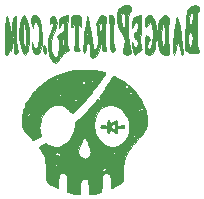
<source format=gbr>
%TF.GenerationSoftware,KiCad,Pcbnew,7.0.1*%
%TF.CreationDate,2023-08-30T08:14:35-05:00*%
%TF.ProjectId,Bsides-STL-Badge,42736964-6573-42d5-9354-4c2d42616467,rev?*%
%TF.SameCoordinates,Original*%
%TF.FileFunction,Legend,Bot*%
%TF.FilePolarity,Positive*%
%FSLAX46Y46*%
G04 Gerber Fmt 4.6, Leading zero omitted, Abs format (unit mm)*
G04 Created by KiCad (PCBNEW 7.0.1) date 2023-08-30 08:14:35*
%MOMM*%
%LPD*%
G01*
G04 APERTURE LIST*
%ADD10C,0.010000*%
G04 APERTURE END LIST*
%TO.C,G\u002A\u002A\u002A*%
D10*
X130133591Y-80409744D02*
X130197500Y-80798518D01*
X130184211Y-81010827D01*
X130103243Y-81133657D01*
X129998761Y-80854679D01*
X129984900Y-80516178D01*
X130071823Y-80351666D01*
X130133591Y-80409744D01*
G36*
X130133591Y-80409744D02*
G01*
X130197500Y-80798518D01*
X130184211Y-81010827D01*
X130103243Y-81133657D01*
X129998761Y-80854679D01*
X129984900Y-80516178D01*
X130071823Y-80351666D01*
X130133591Y-80409744D01*
G37*
X135809146Y-77814413D02*
X135921844Y-77897912D01*
X135954180Y-78219009D01*
X135934286Y-78937855D01*
X135928992Y-79854049D01*
X135991245Y-80490077D01*
X136032197Y-80694838D01*
X136012826Y-80874434D01*
X135860591Y-80916111D01*
X135799356Y-80913602D01*
X135686179Y-80829375D01*
X135649430Y-80505531D01*
X135660914Y-79781912D01*
X135664269Y-79620472D01*
X135651254Y-78785183D01*
X135593761Y-78229690D01*
X135553659Y-78023543D01*
X135578827Y-77852198D01*
X135736478Y-77811666D01*
X135809146Y-77814413D01*
G36*
X135809146Y-77814413D02*
G01*
X135921844Y-77897912D01*
X135954180Y-78219009D01*
X135934286Y-78937855D01*
X135928992Y-79854049D01*
X135991245Y-80490077D01*
X136032197Y-80694838D01*
X136012826Y-80874434D01*
X135860591Y-80916111D01*
X135799356Y-80913602D01*
X135686179Y-80829375D01*
X135649430Y-80505531D01*
X135660914Y-79781912D01*
X135664269Y-79620472D01*
X135651254Y-78785183D01*
X135593761Y-78229690D01*
X135553659Y-78023543D01*
X135578827Y-77852198D01*
X135736478Y-77811666D01*
X135809146Y-77814413D01*
G37*
X128777491Y-79336093D02*
X128797942Y-79934237D01*
X128669942Y-80845555D01*
X128645096Y-80942829D01*
X128472651Y-81209981D01*
X128272443Y-81055631D01*
X128085241Y-80542842D01*
X127951813Y-79734679D01*
X127955589Y-79481481D01*
X128252813Y-79481481D01*
X128269272Y-80000281D01*
X128333266Y-80482110D01*
X128418873Y-80597362D01*
X128497173Y-80254549D01*
X128515795Y-80031355D01*
X128522500Y-79336093D01*
X128469265Y-78758421D01*
X128371875Y-78517222D01*
X128365859Y-78517760D01*
X128279952Y-78760268D01*
X128252813Y-79481481D01*
X127955589Y-79481481D01*
X127959321Y-79231212D01*
X128058729Y-78579871D01*
X128211243Y-78038041D01*
X128371875Y-77811666D01*
X128379068Y-77812511D01*
X128529529Y-78043902D01*
X128685005Y-78561567D01*
X128767345Y-79039351D01*
X128777491Y-79336093D01*
G36*
X128777491Y-79336093D02*
G01*
X128797942Y-79934237D01*
X128669942Y-80845555D01*
X128645096Y-80942829D01*
X128472651Y-81209981D01*
X128272443Y-81055631D01*
X128085241Y-80542842D01*
X127951813Y-79734679D01*
X127955589Y-79481481D01*
X128252813Y-79481481D01*
X128269272Y-80000281D01*
X128333266Y-80482110D01*
X128418873Y-80597362D01*
X128497173Y-80254549D01*
X128515795Y-80031355D01*
X128522500Y-79336093D01*
X128469265Y-78758421D01*
X128371875Y-78517222D01*
X128365859Y-78517760D01*
X128279952Y-78760268D01*
X128252813Y-79481481D01*
X127955589Y-79481481D01*
X127959321Y-79231212D01*
X128058729Y-78579871D01*
X128211243Y-78038041D01*
X128371875Y-77811666D01*
X128379068Y-77812511D01*
X128529529Y-78043902D01*
X128685005Y-78561567D01*
X128767345Y-79039351D01*
X128777491Y-79336093D01*
G37*
X129363862Y-77839933D02*
X129580133Y-78000350D01*
X129734844Y-78278740D01*
X129833135Y-78805626D01*
X129878812Y-79607400D01*
X129848318Y-80383706D01*
X129741094Y-80900760D01*
X129734297Y-80914477D01*
X129555109Y-81092146D01*
X129325036Y-81126450D01*
X129267533Y-81107730D01*
X129089057Y-80916428D01*
X129018154Y-80492777D01*
X129004469Y-80168403D01*
X129032970Y-80097925D01*
X129144921Y-80429026D01*
X129230105Y-80641235D01*
X129407364Y-80736425D01*
X129549279Y-80416953D01*
X129624628Y-79784452D01*
X129602188Y-78940555D01*
X129552282Y-78663089D01*
X129406797Y-78401107D01*
X129245011Y-78412133D01*
X129138595Y-78728888D01*
X129094513Y-78918349D01*
X129018156Y-78671808D01*
X128982680Y-78430203D01*
X128977110Y-78036808D01*
X129000860Y-77954186D01*
X129149586Y-77817781D01*
X129363862Y-77839933D01*
G36*
X129363862Y-77839933D02*
G01*
X129580133Y-78000350D01*
X129734844Y-78278740D01*
X129833135Y-78805626D01*
X129878812Y-79607400D01*
X129848318Y-80383706D01*
X129741094Y-80900760D01*
X129734297Y-80914477D01*
X129555109Y-81092146D01*
X129325036Y-81126450D01*
X129267533Y-81107730D01*
X129089057Y-80916428D01*
X129018154Y-80492777D01*
X129004469Y-80168403D01*
X129032970Y-80097925D01*
X129144921Y-80429026D01*
X129230105Y-80641235D01*
X129407364Y-80736425D01*
X129549279Y-80416953D01*
X129624628Y-79784452D01*
X129602188Y-78940555D01*
X129552282Y-78663089D01*
X129406797Y-78401107D01*
X129245011Y-78412133D01*
X129138595Y-78728888D01*
X129094513Y-78918349D01*
X129018156Y-78671808D01*
X128982680Y-78430203D01*
X128977110Y-78036808D01*
X129000860Y-77954186D01*
X129149586Y-77817781D01*
X129363862Y-77839933D01*
G37*
X132936641Y-77818159D02*
X133115782Y-77881769D01*
X133195556Y-78054491D01*
X133213750Y-78386040D01*
X133212427Y-78549142D01*
X133175379Y-78811251D01*
X133055000Y-78658333D01*
X133028247Y-78608754D01*
X132940188Y-78522702D01*
X132903553Y-78773390D01*
X132896250Y-79474376D01*
X132898755Y-79811613D01*
X132937795Y-80454286D01*
X133035157Y-80721568D01*
X133061052Y-80767007D01*
X132997124Y-80831333D01*
X132816875Y-80861092D01*
X132703299Y-80856371D01*
X132568290Y-80810039D01*
X132558907Y-80729200D01*
X132577608Y-80683764D01*
X132635558Y-80214315D01*
X132658125Y-79425037D01*
X132652477Y-78830444D01*
X132623830Y-78503830D01*
X132562875Y-78601888D01*
X132477054Y-78850591D01*
X132376163Y-78867455D01*
X132340625Y-78376111D01*
X132345282Y-78178088D01*
X132393471Y-77942092D01*
X132524899Y-77836166D01*
X132777188Y-77811666D01*
X132936641Y-77818159D01*
G36*
X132936641Y-77818159D02*
G01*
X133115782Y-77881769D01*
X133195556Y-78054491D01*
X133213750Y-78386040D01*
X133212427Y-78549142D01*
X133175379Y-78811251D01*
X133055000Y-78658333D01*
X133028247Y-78608754D01*
X132940188Y-78522702D01*
X132903553Y-78773390D01*
X132896250Y-79474376D01*
X132898755Y-79811613D01*
X132937795Y-80454286D01*
X133035157Y-80721568D01*
X133061052Y-80767007D01*
X132997124Y-80831333D01*
X132816875Y-80861092D01*
X132703299Y-80856371D01*
X132568290Y-80810039D01*
X132558907Y-80729200D01*
X132577608Y-80683764D01*
X132635558Y-80214315D01*
X132658125Y-79425037D01*
X132652477Y-78830444D01*
X132623830Y-78503830D01*
X132562875Y-78601888D01*
X132477054Y-78850591D01*
X132376163Y-78867455D01*
X132340625Y-78376111D01*
X132345282Y-78178088D01*
X132393471Y-77942092D01*
X132524899Y-77836166D01*
X132777188Y-77811666D01*
X132936641Y-77818159D01*
G37*
X140560754Y-79165640D02*
X140535901Y-79738377D01*
X140595687Y-80634299D01*
X140617556Y-80787576D01*
X140630068Y-81062248D01*
X140547577Y-81175930D01*
X140338267Y-81198333D01*
X140228769Y-81184327D01*
X139912755Y-80923394D01*
X139712869Y-80358546D01*
X139643125Y-79523553D01*
X139643147Y-79505000D01*
X140000313Y-79505000D01*
X140001204Y-79627434D01*
X140045797Y-80284887D01*
X140132408Y-80609194D01*
X140225876Y-80538947D01*
X140291037Y-80012736D01*
X140306607Y-79165640D01*
X140252353Y-78580795D01*
X140132527Y-78434420D01*
X140124788Y-78440412D01*
X140029726Y-78749669D01*
X140000313Y-79505000D01*
X139643147Y-79505000D01*
X139643154Y-79499127D01*
X139693716Y-78708542D01*
X139855064Y-78199662D01*
X140148513Y-77904195D01*
X140271382Y-77850218D01*
X140499527Y-77873761D01*
X140625314Y-78081883D01*
X140622510Y-78444673D01*
X140577755Y-78773854D01*
X140560754Y-79165640D01*
G36*
X140560754Y-79165640D02*
G01*
X140535901Y-79738377D01*
X140595687Y-80634299D01*
X140617556Y-80787576D01*
X140630068Y-81062248D01*
X140547577Y-81175930D01*
X140338267Y-81198333D01*
X140228769Y-81184327D01*
X139912755Y-80923394D01*
X139712869Y-80358546D01*
X139643125Y-79523553D01*
X139643147Y-79505000D01*
X140000313Y-79505000D01*
X140001204Y-79627434D01*
X140045797Y-80284887D01*
X140132408Y-80609194D01*
X140225876Y-80538947D01*
X140291037Y-80012736D01*
X140306607Y-79165640D01*
X140252353Y-78580795D01*
X140132527Y-78434420D01*
X140124788Y-78440412D01*
X140029726Y-78749669D01*
X140000313Y-79505000D01*
X139643147Y-79505000D01*
X139643154Y-79499127D01*
X139693716Y-78708542D01*
X139855064Y-78199662D01*
X140148513Y-77904195D01*
X140271382Y-77850218D01*
X140499527Y-77873761D01*
X140625314Y-78081883D01*
X140622510Y-78444673D01*
X140577755Y-78773854D01*
X140560754Y-79165640D01*
G37*
X141627201Y-79422739D02*
X141650992Y-79579293D01*
X141747077Y-80380283D01*
X141786250Y-80950577D01*
X141783998Y-81039345D01*
X141728099Y-81211689D01*
X141638570Y-81049198D01*
X141571124Y-80633888D01*
X141520206Y-80306754D01*
X141385467Y-80069444D01*
X141292204Y-80175364D01*
X141190938Y-80633888D01*
X141147984Y-80965695D01*
X141071211Y-81198333D01*
X141035141Y-81185621D01*
X140964194Y-80920095D01*
X140984783Y-80279109D01*
X141084035Y-79347232D01*
X141310000Y-79347232D01*
X141311553Y-79489723D01*
X141349048Y-79774748D01*
X141425673Y-79524501D01*
X141436459Y-79422739D01*
X141390670Y-79084511D01*
X141349053Y-79056557D01*
X141310000Y-79347232D01*
X141084035Y-79347232D01*
X141097458Y-79221204D01*
X141197047Y-78450483D01*
X141271072Y-78040600D01*
X141335413Y-77994730D01*
X141416528Y-78230747D01*
X141416710Y-78231397D01*
X141530152Y-78784150D01*
X141627201Y-79422739D01*
G36*
X141627201Y-79422739D02*
G01*
X141650992Y-79579293D01*
X141747077Y-80380283D01*
X141786250Y-80950577D01*
X141783998Y-81039345D01*
X141728099Y-81211689D01*
X141638570Y-81049198D01*
X141571124Y-80633888D01*
X141520206Y-80306754D01*
X141385467Y-80069444D01*
X141292204Y-80175364D01*
X141190938Y-80633888D01*
X141147984Y-80965695D01*
X141071211Y-81198333D01*
X141035141Y-81185621D01*
X140964194Y-80920095D01*
X140984783Y-80279109D01*
X141084035Y-79347232D01*
X141310000Y-79347232D01*
X141311553Y-79489723D01*
X141349048Y-79774748D01*
X141425673Y-79524501D01*
X141436459Y-79422739D01*
X141390670Y-79084511D01*
X141349053Y-79056557D01*
X141310000Y-79347232D01*
X141084035Y-79347232D01*
X141097458Y-79221204D01*
X141197047Y-78450483D01*
X141271072Y-78040600D01*
X141335413Y-77994730D01*
X141416528Y-78230747D01*
X141416710Y-78231397D01*
X141530152Y-78784150D01*
X141627201Y-79422739D01*
G37*
X139112192Y-77852172D02*
X139321713Y-78086444D01*
X139363530Y-78181621D01*
X139494591Y-78832167D01*
X139526026Y-79686425D01*
X139446480Y-80522662D01*
X139369921Y-80856561D01*
X139220449Y-81127347D01*
X138975861Y-81198333D01*
X138924489Y-81197438D01*
X138728623Y-81140427D01*
X138633494Y-80928652D01*
X138590627Y-80470533D01*
X138599334Y-79856112D01*
X138711215Y-79537939D01*
X138908907Y-79659592D01*
X138956228Y-79734498D01*
X139006225Y-79878280D01*
X138908907Y-79992703D01*
X138821163Y-80120464D01*
X138775297Y-80430929D01*
X138869219Y-80713345D01*
X138870055Y-80714405D01*
X139052352Y-80694954D01*
X139191101Y-80242106D01*
X139246250Y-79486212D01*
X139245626Y-79388139D01*
X139182530Y-78675695D01*
X139035230Y-78405330D01*
X138831132Y-78633347D01*
X138708987Y-78835924D01*
X138621425Y-78742937D01*
X138638641Y-78247171D01*
X138706548Y-78003259D01*
X138886746Y-77829242D01*
X139112192Y-77852172D01*
G36*
X139112192Y-77852172D02*
G01*
X139321713Y-78086444D01*
X139363530Y-78181621D01*
X139494591Y-78832167D01*
X139526026Y-79686425D01*
X139446480Y-80522662D01*
X139369921Y-80856561D01*
X139220449Y-81127347D01*
X138975861Y-81198333D01*
X138924489Y-81197438D01*
X138728623Y-81140427D01*
X138633494Y-80928652D01*
X138590627Y-80470533D01*
X138599334Y-79856112D01*
X138711215Y-79537939D01*
X138908907Y-79659592D01*
X138956228Y-79734498D01*
X139006225Y-79878280D01*
X138908907Y-79992703D01*
X138821163Y-80120464D01*
X138775297Y-80430929D01*
X138869219Y-80713345D01*
X138870055Y-80714405D01*
X139052352Y-80694954D01*
X139191101Y-80242106D01*
X139246250Y-79486212D01*
X139245626Y-79388139D01*
X139182530Y-78675695D01*
X139035230Y-78405330D01*
X138831132Y-78633347D01*
X138708987Y-78835924D01*
X138621425Y-78742937D01*
X138638641Y-78247171D01*
X138706548Y-78003259D01*
X138886746Y-77829242D01*
X139112192Y-77852172D01*
G37*
X138232686Y-79208952D02*
X138219541Y-79965615D01*
X138239119Y-80498483D01*
X138303495Y-80673937D01*
X138321337Y-80693133D01*
X138264886Y-80785699D01*
X138095313Y-80916111D01*
X138022998Y-80962970D01*
X137842978Y-81088574D01*
X137764461Y-81158284D01*
X137756825Y-81175994D01*
X137659820Y-81105450D01*
X137551374Y-80783880D01*
X137500000Y-80406138D01*
X137517903Y-80123585D01*
X137595250Y-80295222D01*
X137625459Y-80389448D01*
X137778814Y-80615345D01*
X137916509Y-80538333D01*
X137976250Y-80177639D01*
X137947566Y-79887812D01*
X137817500Y-79868995D01*
X137717093Y-79897011D01*
X137658750Y-79619689D01*
X137688776Y-79388103D01*
X137817500Y-79222777D01*
X137910076Y-79144205D01*
X137976250Y-78799444D01*
X137972040Y-78689347D01*
X137886858Y-78418615D01*
X137738273Y-78428089D01*
X137587546Y-78728888D01*
X137570733Y-78785055D01*
X137508220Y-78893048D01*
X137512854Y-78517222D01*
X137552210Y-78191555D01*
X137670634Y-77973447D01*
X137906155Y-77868396D01*
X138271194Y-77784015D01*
X138232686Y-79208952D01*
G36*
X138232686Y-79208952D02*
G01*
X138219541Y-79965615D01*
X138239119Y-80498483D01*
X138303495Y-80673937D01*
X138321337Y-80693133D01*
X138264886Y-80785699D01*
X138095313Y-80916111D01*
X138022998Y-80962970D01*
X137842978Y-81088574D01*
X137764461Y-81158284D01*
X137756825Y-81175994D01*
X137659820Y-81105450D01*
X137551374Y-80783880D01*
X137500000Y-80406138D01*
X137517903Y-80123585D01*
X137595250Y-80295222D01*
X137625459Y-80389448D01*
X137778814Y-80615345D01*
X137916509Y-80538333D01*
X137976250Y-80177639D01*
X137947566Y-79887812D01*
X137817500Y-79868995D01*
X137717093Y-79897011D01*
X137658750Y-79619689D01*
X137688776Y-79388103D01*
X137817500Y-79222777D01*
X137910076Y-79144205D01*
X137976250Y-78799444D01*
X137972040Y-78689347D01*
X137886858Y-78418615D01*
X137738273Y-78428089D01*
X137587546Y-78728888D01*
X137570733Y-78785055D01*
X137508220Y-78893048D01*
X137512854Y-78517222D01*
X137552210Y-78191555D01*
X137670634Y-77973447D01*
X137906155Y-77868396D01*
X138271194Y-77784015D01*
X138232686Y-79208952D01*
G37*
X127669242Y-77911956D02*
X127694292Y-78257392D01*
X127678735Y-79030560D01*
X127672927Y-79246335D01*
X127676714Y-80063005D01*
X127727718Y-80472655D01*
X127758131Y-80555619D01*
X127816250Y-80930996D01*
X127775857Y-81075691D01*
X127637657Y-81097883D01*
X127529650Y-80979375D01*
X127479856Y-80746876D01*
X127497136Y-80542417D01*
X127546635Y-79977620D01*
X127571271Y-79601835D01*
X127554145Y-79316134D01*
X127490497Y-79460356D01*
X127411969Y-80023679D01*
X127376569Y-80358130D01*
X127294496Y-80834088D01*
X127213537Y-80759384D01*
X127118604Y-80140000D01*
X127025311Y-79363888D01*
X127061609Y-80281111D01*
X127074647Y-80787806D01*
X127039827Y-81123223D01*
X126921297Y-81198390D01*
X126845707Y-81176992D01*
X126779188Y-81004124D01*
X126750713Y-80540781D01*
X126744688Y-79650243D01*
X126755711Y-78919952D01*
X126812291Y-78155966D01*
X126905563Y-77888312D01*
X127022685Y-78139680D01*
X127150811Y-78932763D01*
X127235042Y-79630527D01*
X127347657Y-78795103D01*
X127351212Y-78769147D01*
X127467566Y-78169716D01*
X127589278Y-77871345D01*
X127593868Y-77868326D01*
X127669242Y-77911956D01*
G36*
X127669242Y-77911956D02*
G01*
X127694292Y-78257392D01*
X127678735Y-79030560D01*
X127672927Y-79246335D01*
X127676714Y-80063005D01*
X127727718Y-80472655D01*
X127758131Y-80555619D01*
X127816250Y-80930996D01*
X127775857Y-81075691D01*
X127637657Y-81097883D01*
X127529650Y-80979375D01*
X127479856Y-80746876D01*
X127497136Y-80542417D01*
X127546635Y-79977620D01*
X127571271Y-79601835D01*
X127554145Y-79316134D01*
X127490497Y-79460356D01*
X127411969Y-80023679D01*
X127376569Y-80358130D01*
X127294496Y-80834088D01*
X127213537Y-80759384D01*
X127118604Y-80140000D01*
X127025311Y-79363888D01*
X127061609Y-80281111D01*
X127074647Y-80787806D01*
X127039827Y-81123223D01*
X126921297Y-81198390D01*
X126845707Y-81176992D01*
X126779188Y-81004124D01*
X126750713Y-80540781D01*
X126744688Y-79650243D01*
X126755711Y-78919952D01*
X126812291Y-78155966D01*
X126905563Y-77888312D01*
X127022685Y-78139680D01*
X127150811Y-78932763D01*
X127235042Y-79630527D01*
X127347657Y-78795103D01*
X127351212Y-78769147D01*
X127467566Y-78169716D01*
X127589278Y-77871345D01*
X127593868Y-77868326D01*
X127669242Y-77911956D01*
G37*
X137187338Y-78607406D02*
X137182500Y-78949413D01*
X137185720Y-79422211D01*
X137221481Y-80196383D01*
X137301563Y-80531829D01*
X137357458Y-80637784D01*
X137420625Y-80946305D01*
X137385712Y-81057474D01*
X137244202Y-81162375D01*
X137051385Y-81196621D01*
X136870041Y-81152831D01*
X136762947Y-81023624D01*
X136756557Y-80839167D01*
X136829822Y-80436427D01*
X136908676Y-80002782D01*
X136853949Y-79649818D01*
X136647913Y-79372464D01*
X136513776Y-79215889D01*
X136311879Y-78756193D01*
X136240221Y-78304702D01*
X136562289Y-78304702D01*
X136562461Y-78307862D01*
X136635859Y-78678509D01*
X136765634Y-78885251D01*
X136888998Y-78878184D01*
X136943160Y-78607406D01*
X136935974Y-78411917D01*
X136871796Y-77841097D01*
X136837475Y-77702721D01*
X136710811Y-77594561D01*
X136595967Y-77829845D01*
X136562289Y-78304702D01*
X136240221Y-78304702D01*
X136224174Y-78203592D01*
X136261226Y-77663226D01*
X136433605Y-77240236D01*
X136473526Y-77192433D01*
X136684145Y-77045405D01*
X136933040Y-76977716D01*
X137171337Y-76989020D01*
X137350157Y-77078970D01*
X137420625Y-77247222D01*
X137407193Y-77377052D01*
X137301563Y-77529444D01*
X137238756Y-77622359D01*
X137195098Y-78058914D01*
X137187338Y-78607406D01*
G36*
X137187338Y-78607406D02*
G01*
X137182500Y-78949413D01*
X137185720Y-79422211D01*
X137221481Y-80196383D01*
X137301563Y-80531829D01*
X137357458Y-80637784D01*
X137420625Y-80946305D01*
X137385712Y-81057474D01*
X137244202Y-81162375D01*
X137051385Y-81196621D01*
X136870041Y-81152831D01*
X136762947Y-81023624D01*
X136756557Y-80839167D01*
X136829822Y-80436427D01*
X136908676Y-80002782D01*
X136853949Y-79649818D01*
X136647913Y-79372464D01*
X136513776Y-79215889D01*
X136311879Y-78756193D01*
X136240221Y-78304702D01*
X136562289Y-78304702D01*
X136562461Y-78307862D01*
X136635859Y-78678509D01*
X136765634Y-78885251D01*
X136888998Y-78878184D01*
X136943160Y-78607406D01*
X136935974Y-78411917D01*
X136871796Y-77841097D01*
X136837475Y-77702721D01*
X136710811Y-77594561D01*
X136595967Y-77829845D01*
X136562289Y-78304702D01*
X136240221Y-78304702D01*
X136224174Y-78203592D01*
X136261226Y-77663226D01*
X136433605Y-77240236D01*
X136473526Y-77192433D01*
X136684145Y-77045405D01*
X136933040Y-76977716D01*
X137171337Y-76989020D01*
X137350157Y-77078970D01*
X137420625Y-77247222D01*
X137407193Y-77377052D01*
X137301563Y-77529444D01*
X137238756Y-77622359D01*
X137195098Y-78058914D01*
X137187338Y-78607406D01*
G37*
X142991405Y-78093888D02*
X142986856Y-78154519D01*
X142976875Y-79081666D01*
X142983951Y-79720473D01*
X142986761Y-79784624D01*
X143012782Y-80378715D01*
X143056250Y-80633888D01*
X143075073Y-80641449D01*
X143135625Y-80898303D01*
X143135116Y-80909461D01*
X143053647Y-81014690D01*
X142866563Y-81062437D01*
X142622112Y-81057815D01*
X142368542Y-81005935D01*
X142154101Y-80911909D01*
X142027037Y-80780848D01*
X141994573Y-80659513D01*
X141950499Y-80125455D01*
X141956702Y-79558905D01*
X142225536Y-79558905D01*
X142268086Y-80106551D01*
X142326034Y-80413849D01*
X142404199Y-80611608D01*
X142479527Y-80554500D01*
X142617858Y-80229402D01*
X142668841Y-79784624D01*
X142623827Y-79391854D01*
X142474167Y-79222777D01*
X142314398Y-79280699D01*
X142225536Y-79558905D01*
X141956702Y-79558905D01*
X141957329Y-79501683D01*
X142016924Y-79098041D01*
X142049862Y-78929648D01*
X142051093Y-78426670D01*
X142049888Y-78141531D01*
X142311501Y-78141531D01*
X142316106Y-78472633D01*
X142318028Y-78479377D01*
X142459134Y-78682844D01*
X142597182Y-78527575D01*
X142659375Y-78093888D01*
X142638709Y-77764655D01*
X142550032Y-77529444D01*
X142524071Y-77537458D01*
X142397779Y-77761437D01*
X142311501Y-78141531D01*
X142049888Y-78141531D01*
X142049685Y-78093567D01*
X142132437Y-77561905D01*
X142171345Y-77471618D01*
X142355220Y-77243404D01*
X142600750Y-77085130D01*
X142854122Y-77014973D01*
X143061524Y-77051111D01*
X143169142Y-77211722D01*
X143181102Y-77382218D01*
X143100622Y-77529444D01*
X143093835Y-77530015D01*
X143022827Y-77675124D01*
X142991405Y-78093888D01*
G36*
X142991405Y-78093888D02*
G01*
X142986856Y-78154519D01*
X142976875Y-79081666D01*
X142983951Y-79720473D01*
X142986761Y-79784624D01*
X143012782Y-80378715D01*
X143056250Y-80633888D01*
X143075073Y-80641449D01*
X143135625Y-80898303D01*
X143135116Y-80909461D01*
X143053647Y-81014690D01*
X142866563Y-81062437D01*
X142622112Y-81057815D01*
X142368542Y-81005935D01*
X142154101Y-80911909D01*
X142027037Y-80780848D01*
X141994573Y-80659513D01*
X141950499Y-80125455D01*
X141956702Y-79558905D01*
X142225536Y-79558905D01*
X142268086Y-80106551D01*
X142326034Y-80413849D01*
X142404199Y-80611608D01*
X142479527Y-80554500D01*
X142617858Y-80229402D01*
X142668841Y-79784624D01*
X142623827Y-79391854D01*
X142474167Y-79222777D01*
X142314398Y-79280699D01*
X142225536Y-79558905D01*
X141956702Y-79558905D01*
X141957329Y-79501683D01*
X142016924Y-79098041D01*
X142049862Y-78929648D01*
X142051093Y-78426670D01*
X142049888Y-78141531D01*
X142311501Y-78141531D01*
X142316106Y-78472633D01*
X142318028Y-78479377D01*
X142459134Y-78682844D01*
X142597182Y-78527575D01*
X142659375Y-78093888D01*
X142638709Y-77764655D01*
X142550032Y-77529444D01*
X142524071Y-77537458D01*
X142397779Y-77761437D01*
X142311501Y-78141531D01*
X142049888Y-78141531D01*
X142049685Y-78093567D01*
X142132437Y-77561905D01*
X142171345Y-77471618D01*
X142355220Y-77243404D01*
X142600750Y-77085130D01*
X142854122Y-77014973D01*
X143061524Y-77051111D01*
X143169142Y-77211722D01*
X143181102Y-77382218D01*
X143100622Y-77529444D01*
X143093835Y-77530015D01*
X143022827Y-77675124D01*
X142991405Y-78093888D01*
G37*
X132041465Y-80234074D02*
X132042042Y-80277092D01*
X132111096Y-80658749D01*
X132133529Y-80717034D01*
X132123471Y-80863055D01*
X131963307Y-80911789D01*
X131918237Y-80919888D01*
X131663660Y-81116742D01*
X131407682Y-81493264D01*
X131106174Y-81881282D01*
X130779610Y-81838197D01*
X130496871Y-81281108D01*
X130468565Y-81181972D01*
X130376591Y-80501358D01*
X130427814Y-79822020D01*
X130614219Y-79280577D01*
X130744340Y-79000894D01*
X130825414Y-78667320D01*
X130801306Y-78471308D01*
X130664359Y-78527819D01*
X130544650Y-78588957D01*
X130531574Y-78335171D01*
X130577904Y-78109668D01*
X130732717Y-77893797D01*
X130918578Y-77916212D01*
X131061588Y-78196279D01*
X131080810Y-78279945D01*
X131117776Y-78519426D01*
X131092270Y-78764985D01*
X130982860Y-79127848D01*
X130768112Y-79719237D01*
X130652815Y-80148410D01*
X130637961Y-80709351D01*
X130644077Y-80759145D01*
X130777582Y-81205337D01*
X130984472Y-81442305D01*
X131189511Y-81378738D01*
X131254039Y-81181663D01*
X131303574Y-80642772D01*
X131291286Y-80122361D01*
X131565066Y-80122361D01*
X131643528Y-80493853D01*
X131738732Y-80543135D01*
X131785000Y-80234074D01*
X131768666Y-80014454D01*
X131659323Y-79787222D01*
X131599612Y-79834472D01*
X131565066Y-80122361D01*
X131291286Y-80122361D01*
X131289838Y-80061043D01*
X131209532Y-79711312D01*
X131195440Y-79663350D01*
X131267153Y-79527888D01*
X131447657Y-79380765D01*
X131501516Y-79344114D01*
X131709914Y-79094195D01*
X131785000Y-78774637D01*
X131780348Y-78664683D01*
X131693770Y-78412885D01*
X131545020Y-78431846D01*
X131396296Y-78728888D01*
X131379483Y-78785055D01*
X131316970Y-78893048D01*
X131321604Y-78517222D01*
X131361687Y-78188683D01*
X131480702Y-77972583D01*
X131716880Y-77868109D01*
X132083895Y-77783441D01*
X132042262Y-79096736D01*
X132031757Y-79510807D01*
X132041465Y-80234074D01*
G36*
X132041465Y-80234074D02*
G01*
X132042042Y-80277092D01*
X132111096Y-80658749D01*
X132133529Y-80717034D01*
X132123471Y-80863055D01*
X131963307Y-80911789D01*
X131918237Y-80919888D01*
X131663660Y-81116742D01*
X131407682Y-81493264D01*
X131106174Y-81881282D01*
X130779610Y-81838197D01*
X130496871Y-81281108D01*
X130468565Y-81181972D01*
X130376591Y-80501358D01*
X130427814Y-79822020D01*
X130614219Y-79280577D01*
X130744340Y-79000894D01*
X130825414Y-78667320D01*
X130801306Y-78471308D01*
X130664359Y-78527819D01*
X130544650Y-78588957D01*
X130531574Y-78335171D01*
X130577904Y-78109668D01*
X130732717Y-77893797D01*
X130918578Y-77916212D01*
X131061588Y-78196279D01*
X131080810Y-78279945D01*
X131117776Y-78519426D01*
X131092270Y-78764985D01*
X130982860Y-79127848D01*
X130768112Y-79719237D01*
X130652815Y-80148410D01*
X130637961Y-80709351D01*
X130644077Y-80759145D01*
X130777582Y-81205337D01*
X130984472Y-81442305D01*
X131189511Y-81378738D01*
X131254039Y-81181663D01*
X131303574Y-80642772D01*
X131291286Y-80122361D01*
X131565066Y-80122361D01*
X131643528Y-80493853D01*
X131738732Y-80543135D01*
X131785000Y-80234074D01*
X131768666Y-80014454D01*
X131659323Y-79787222D01*
X131599612Y-79834472D01*
X131565066Y-80122361D01*
X131291286Y-80122361D01*
X131289838Y-80061043D01*
X131209532Y-79711312D01*
X131195440Y-79663350D01*
X131267153Y-79527888D01*
X131447657Y-79380765D01*
X131501516Y-79344114D01*
X131709914Y-79094195D01*
X131785000Y-78774637D01*
X131780348Y-78664683D01*
X131693770Y-78412885D01*
X131545020Y-78431846D01*
X131396296Y-78728888D01*
X131379483Y-78785055D01*
X131316970Y-78893048D01*
X131321604Y-78517222D01*
X131361687Y-78188683D01*
X131480702Y-77972583D01*
X131716880Y-77868109D01*
X132083895Y-77783441D01*
X132042262Y-79096736D01*
X132031757Y-79510807D01*
X132041465Y-80234074D01*
G37*
X135209512Y-78964074D02*
X135202147Y-79103435D01*
X135204612Y-79790625D01*
X135236811Y-80405053D01*
X135297344Y-80729200D01*
X135318128Y-80828719D01*
X135217969Y-80893830D01*
X135060760Y-80888719D01*
X134953147Y-80755162D01*
X134944175Y-80422222D01*
X134945913Y-80394367D01*
X134940781Y-80102001D01*
X134858823Y-80223969D01*
X134689404Y-80775000D01*
X134521409Y-81224871D01*
X134219886Y-81480555D01*
X134075419Y-81454936D01*
X133975777Y-81279767D01*
X133958309Y-80845555D01*
X133959136Y-80751933D01*
X133919094Y-80323006D01*
X133769375Y-80210555D01*
X133639939Y-80293411D01*
X133570938Y-80633888D01*
X133570911Y-80643434D01*
X133519249Y-80981036D01*
X133423065Y-81043047D01*
X133362727Y-80775000D01*
X133362260Y-80671989D01*
X133397774Y-80104883D01*
X133452331Y-79580351D01*
X133728193Y-79580351D01*
X133771867Y-79787222D01*
X133807211Y-79739531D01*
X133848750Y-79363888D01*
X133845303Y-79171013D01*
X133817555Y-78940555D01*
X133797011Y-78992550D01*
X133740671Y-79363888D01*
X133728193Y-79580351D01*
X133452331Y-79580351D01*
X133474522Y-79366995D01*
X133570047Y-78635355D01*
X133661889Y-78086997D01*
X133727589Y-77898950D01*
X133779279Y-78057271D01*
X133891862Y-78602283D01*
X134019866Y-79363888D01*
X134023095Y-79383104D01*
X134119293Y-79957020D01*
X134240038Y-80534474D01*
X134320751Y-80746777D01*
X134412861Y-80708024D01*
X134532208Y-80556140D01*
X134593034Y-80199398D01*
X134601230Y-79816888D01*
X134541995Y-79194432D01*
X134518269Y-79048204D01*
X134507014Y-78846613D01*
X134735899Y-78846613D01*
X134749890Y-79025067D01*
X134829669Y-79388495D01*
X134918180Y-79377847D01*
X134960000Y-78964074D01*
X134938165Y-78613511D01*
X134835118Y-78376111D01*
X134770092Y-78443823D01*
X134735899Y-78846613D01*
X134507014Y-78846613D01*
X134493726Y-78608592D01*
X134598140Y-78217811D01*
X134772612Y-77945066D01*
X134994911Y-77823880D01*
X135198188Y-77869739D01*
X135317188Y-78093888D01*
X135329591Y-78203211D01*
X135282185Y-78376111D01*
X135230817Y-78561002D01*
X135209512Y-78964074D01*
G36*
X135209512Y-78964074D02*
G01*
X135202147Y-79103435D01*
X135204612Y-79790625D01*
X135236811Y-80405053D01*
X135297344Y-80729200D01*
X135318128Y-80828719D01*
X135217969Y-80893830D01*
X135060760Y-80888719D01*
X134953147Y-80755162D01*
X134944175Y-80422222D01*
X134945913Y-80394367D01*
X134940781Y-80102001D01*
X134858823Y-80223969D01*
X134689404Y-80775000D01*
X134521409Y-81224871D01*
X134219886Y-81480555D01*
X134075419Y-81454936D01*
X133975777Y-81279767D01*
X133958309Y-80845555D01*
X133959136Y-80751933D01*
X133919094Y-80323006D01*
X133769375Y-80210555D01*
X133639939Y-80293411D01*
X133570938Y-80633888D01*
X133570911Y-80643434D01*
X133519249Y-80981036D01*
X133423065Y-81043047D01*
X133362727Y-80775000D01*
X133362260Y-80671989D01*
X133397774Y-80104883D01*
X133452331Y-79580351D01*
X133728193Y-79580351D01*
X133771867Y-79787222D01*
X133807211Y-79739531D01*
X133848750Y-79363888D01*
X133845303Y-79171013D01*
X133817555Y-78940555D01*
X133797011Y-78992550D01*
X133740671Y-79363888D01*
X133728193Y-79580351D01*
X133452331Y-79580351D01*
X133474522Y-79366995D01*
X133570047Y-78635355D01*
X133661889Y-78086997D01*
X133727589Y-77898950D01*
X133779279Y-78057271D01*
X133891862Y-78602283D01*
X134019866Y-79363888D01*
X134023095Y-79383104D01*
X134119293Y-79957020D01*
X134240038Y-80534474D01*
X134320751Y-80746777D01*
X134412861Y-80708024D01*
X134532208Y-80556140D01*
X134593034Y-80199398D01*
X134601230Y-79816888D01*
X134541995Y-79194432D01*
X134518269Y-79048204D01*
X134507014Y-78846613D01*
X134735899Y-78846613D01*
X134749890Y-79025067D01*
X134829669Y-79388495D01*
X134918180Y-79377847D01*
X134960000Y-78964074D01*
X134938165Y-78613511D01*
X134835118Y-78376111D01*
X134770092Y-78443823D01*
X134735899Y-78846613D01*
X134507014Y-78846613D01*
X134493726Y-78608592D01*
X134598140Y-78217811D01*
X134772612Y-77945066D01*
X134994911Y-77823880D01*
X135198188Y-77869739D01*
X135317188Y-78093888D01*
X135329591Y-78203211D01*
X135282185Y-78376111D01*
X135230817Y-78561002D01*
X135209512Y-78964074D01*
G37*
X136805376Y-87269684D02*
X136805981Y-87274985D01*
X136807909Y-87326776D01*
X136789743Y-87357400D01*
X136736975Y-87371555D01*
X136635101Y-87373937D01*
X136469615Y-87369244D01*
X136225384Y-87361191D01*
X136225384Y-87573160D01*
X136223317Y-87657765D01*
X136213860Y-87760395D01*
X136199333Y-87811180D01*
X136183106Y-87824771D01*
X136148922Y-87832274D01*
X136096274Y-87812025D01*
X136010735Y-87757303D01*
X135877881Y-87661385D01*
X135855460Y-87644942D01*
X135742353Y-87564023D01*
X135658117Y-87507069D01*
X135619582Y-87485539D01*
X135617910Y-87486016D01*
X135605315Y-87527188D01*
X135600154Y-87614492D01*
X135600141Y-87617550D01*
X135586292Y-87720428D01*
X135554191Y-87789409D01*
X135504750Y-87816846D01*
X135453100Y-87787865D01*
X135417826Y-87697492D01*
X135404769Y-87554897D01*
X135404769Y-87360286D01*
X135145507Y-87374066D01*
X135073707Y-87377218D01*
X134953440Y-87375472D01*
X134883497Y-87358391D01*
X134844927Y-87322737D01*
X134824698Y-87271981D01*
X134826602Y-87267057D01*
X135669519Y-87267057D01*
X135781375Y-87358691D01*
X135890484Y-87445780D01*
X135969337Y-87493949D01*
X136010956Y-87483491D01*
X136027218Y-87410153D01*
X136030000Y-87269684D01*
X136029415Y-87154622D01*
X136019778Y-87068450D01*
X135987549Y-87046029D01*
X135919129Y-87081342D01*
X135800913Y-87168375D01*
X135669519Y-87267057D01*
X134826602Y-87267057D01*
X134853497Y-87197516D01*
X134862623Y-87187665D01*
X134915058Y-87159686D01*
X135004964Y-87151478D01*
X135151964Y-87160617D01*
X135400544Y-87183830D01*
X135412426Y-86953684D01*
X135418083Y-86865724D01*
X135431994Y-86774859D01*
X135457798Y-86733400D01*
X135502461Y-86723539D01*
X135547084Y-86733427D01*
X135580326Y-86783045D01*
X135600154Y-86891788D01*
X135619692Y-87060038D01*
X135864228Y-86877955D01*
X135890288Y-86858696D01*
X136033448Y-86762247D01*
X136130091Y-86722306D01*
X136188663Y-86740813D01*
X136217612Y-86819710D01*
X136225384Y-86960936D01*
X136225384Y-87181247D01*
X136792000Y-87153385D01*
X136804365Y-87260846D01*
X136805376Y-87269684D01*
G36*
X136805376Y-87269684D02*
G01*
X136805981Y-87274985D01*
X136807909Y-87326776D01*
X136789743Y-87357400D01*
X136736975Y-87371555D01*
X136635101Y-87373937D01*
X136469615Y-87369244D01*
X136225384Y-87361191D01*
X136225384Y-87573160D01*
X136223317Y-87657765D01*
X136213860Y-87760395D01*
X136199333Y-87811180D01*
X136183106Y-87824771D01*
X136148922Y-87832274D01*
X136096274Y-87812025D01*
X136010735Y-87757303D01*
X135877881Y-87661385D01*
X135855460Y-87644942D01*
X135742353Y-87564023D01*
X135658117Y-87507069D01*
X135619582Y-87485539D01*
X135617910Y-87486016D01*
X135605315Y-87527188D01*
X135600154Y-87614492D01*
X135600141Y-87617550D01*
X135586292Y-87720428D01*
X135554191Y-87789409D01*
X135504750Y-87816846D01*
X135453100Y-87787865D01*
X135417826Y-87697492D01*
X135404769Y-87554897D01*
X135404769Y-87360286D01*
X135145507Y-87374066D01*
X135073707Y-87377218D01*
X134953440Y-87375472D01*
X134883497Y-87358391D01*
X134844927Y-87322737D01*
X134824698Y-87271981D01*
X134826602Y-87267057D01*
X135669519Y-87267057D01*
X135781375Y-87358691D01*
X135890484Y-87445780D01*
X135969337Y-87493949D01*
X136010956Y-87483491D01*
X136027218Y-87410153D01*
X136030000Y-87269684D01*
X136029415Y-87154622D01*
X136019778Y-87068450D01*
X135987549Y-87046029D01*
X135919129Y-87081342D01*
X135800913Y-87168375D01*
X135669519Y-87267057D01*
X134826602Y-87267057D01*
X134853497Y-87197516D01*
X134862623Y-87187665D01*
X134915058Y-87159686D01*
X135004964Y-87151478D01*
X135151964Y-87160617D01*
X135400544Y-87183830D01*
X135412426Y-86953684D01*
X135418083Y-86865724D01*
X135431994Y-86774859D01*
X135457798Y-86733400D01*
X135502461Y-86723539D01*
X135547084Y-86733427D01*
X135580326Y-86783045D01*
X135600154Y-86891788D01*
X135619692Y-87060038D01*
X135864228Y-86877955D01*
X135890288Y-86858696D01*
X136033448Y-86762247D01*
X136130091Y-86722306D01*
X136188663Y-86740813D01*
X136217612Y-86819710D01*
X136225384Y-86960936D01*
X136225384Y-87181247D01*
X136792000Y-87153385D01*
X136804365Y-87260846D01*
X136805376Y-87269684D01*
G37*
X134964872Y-83171940D02*
X134859694Y-83329713D01*
X134788193Y-83432524D01*
X134710048Y-83544890D01*
X134696240Y-83564745D01*
X134604127Y-83692896D01*
X134560429Y-83753692D01*
X134513997Y-83818291D01*
X134457870Y-83894142D01*
X134345708Y-84045720D01*
X134318802Y-84082082D01*
X134287497Y-84123205D01*
X134155135Y-84297085D01*
X134116493Y-84347848D01*
X134000128Y-84496154D01*
X133969306Y-84535437D01*
X133912905Y-84607320D01*
X133876220Y-84652462D01*
X133765074Y-84789231D01*
X133713877Y-84852231D01*
X133681574Y-84890522D01*
X133648403Y-84929843D01*
X133617909Y-84964736D01*
X133510073Y-85088133D01*
X133352778Y-85262646D01*
X133185406Y-85444077D01*
X133016849Y-85623124D01*
X132855993Y-85790480D01*
X132711730Y-85936843D01*
X132592948Y-86052907D01*
X132508536Y-86129368D01*
X132467383Y-86156923D01*
X132459411Y-86154246D01*
X132404649Y-86112223D01*
X132317258Y-86029790D01*
X132212070Y-85920670D01*
X132200415Y-85908201D01*
X132068077Y-85778775D01*
X131929761Y-85660912D01*
X131813594Y-85578747D01*
X131738683Y-85537317D01*
X131654379Y-85503055D01*
X131558452Y-85483664D01*
X131428739Y-85475040D01*
X131243077Y-85473077D01*
X131071043Y-85474597D01*
X130936975Y-85482515D01*
X130836041Y-85501400D01*
X130744765Y-85535810D01*
X130639675Y-85590308D01*
X130543294Y-85649780D01*
X130383504Y-85767289D01*
X130287907Y-85851360D01*
X130245472Y-85888679D01*
X130210863Y-85927789D01*
X130098119Y-86055197D01*
X129901168Y-86362052D01*
X129783574Y-86645385D01*
X129760607Y-86700724D01*
X129680618Y-87056357D01*
X129665380Y-87414093D01*
X129688666Y-87563692D01*
X129719077Y-87759077D01*
X129736176Y-87823236D01*
X129766215Y-87958091D01*
X129764580Y-88050039D01*
X129721792Y-88118702D01*
X129628374Y-88183699D01*
X129474846Y-88264651D01*
X129279029Y-88358658D01*
X129141404Y-88409921D01*
X129061229Y-88418032D01*
X129035231Y-88383880D01*
X129020208Y-88355376D01*
X128960822Y-88278650D01*
X128866784Y-88169684D01*
X128749361Y-88041956D01*
X128666328Y-87952810D01*
X128542857Y-87815545D01*
X128441480Y-87697297D01*
X128378363Y-87616602D01*
X128348489Y-87563692D01*
X128527231Y-87563692D01*
X128528366Y-87573033D01*
X128566308Y-87602769D01*
X128575648Y-87601634D01*
X128605384Y-87563692D01*
X128604249Y-87554352D01*
X128566308Y-87524616D01*
X128556967Y-87525751D01*
X128527231Y-87563692D01*
X128348489Y-87563692D01*
X128311315Y-87497852D01*
X128230473Y-87253632D01*
X128188132Y-86958918D01*
X128186729Y-86645385D01*
X128331846Y-86645385D01*
X128351384Y-86664923D01*
X128370923Y-86645385D01*
X128351384Y-86625846D01*
X128331846Y-86645385D01*
X128186729Y-86645385D01*
X128186642Y-86625846D01*
X128192182Y-86545005D01*
X128205475Y-86416164D01*
X128455989Y-86416164D01*
X128488154Y-86430462D01*
X128508841Y-86427642D01*
X128514205Y-86404410D01*
X128508478Y-86399734D01*
X128462102Y-86404410D01*
X128455989Y-86416164D01*
X128205475Y-86416164D01*
X128212425Y-86348802D01*
X128605384Y-86348802D01*
X128611285Y-86395783D01*
X128620287Y-86404410D01*
X128651062Y-86433907D01*
X128722915Y-86410666D01*
X128820473Y-86329066D01*
X128937368Y-86192112D01*
X128945326Y-86181602D01*
X129035656Y-86053199D01*
X129083523Y-85966812D01*
X129088123Y-85927789D01*
X129048651Y-85941480D01*
X128964300Y-86013234D01*
X128944888Y-86031319D01*
X128868009Y-86093411D01*
X128818169Y-86119146D01*
X128783735Y-86128060D01*
X128703487Y-86185061D01*
X128634619Y-86268806D01*
X128605384Y-86348802D01*
X128212425Y-86348802D01*
X128212705Y-86346089D01*
X128241170Y-86149463D01*
X128274556Y-85970234D01*
X128295444Y-85883385D01*
X128839846Y-85883385D01*
X128841074Y-85907358D01*
X128859199Y-85917506D01*
X128918000Y-85883385D01*
X128925485Y-85878489D01*
X128953482Y-85851360D01*
X128908231Y-85844906D01*
X128872066Y-85850541D01*
X128839846Y-85883385D01*
X128295444Y-85883385D01*
X128309845Y-85823509D01*
X128344017Y-85724395D01*
X128374055Y-85688000D01*
X128397054Y-85666462D01*
X128410000Y-85595558D01*
X128410696Y-85584962D01*
X128433943Y-85496219D01*
X128483513Y-85367404D01*
X128550371Y-85222531D01*
X128596353Y-85133275D01*
X128659697Y-85026539D01*
X128705178Y-84979144D01*
X128739581Y-84982481D01*
X128791359Y-85006000D01*
X128796345Y-85000555D01*
X131109222Y-85000555D01*
X131137399Y-84998477D01*
X131159876Y-84985729D01*
X132618102Y-84985729D01*
X132619789Y-85026109D01*
X132682528Y-85074524D01*
X132740263Y-85108746D01*
X132782177Y-85106905D01*
X132816559Y-85047670D01*
X132821918Y-85035479D01*
X132833927Y-84964736D01*
X132786690Y-84915577D01*
X132781787Y-84912577D01*
X132716027Y-84895390D01*
X132652658Y-84942431D01*
X132618102Y-84985729D01*
X131159876Y-84985729D01*
X131201209Y-84962286D01*
X131245742Y-84922850D01*
X131259701Y-84890522D01*
X131231523Y-84892600D01*
X131167714Y-84928791D01*
X131123181Y-84968228D01*
X131109222Y-85000555D01*
X128796345Y-85000555D01*
X128822522Y-84971971D01*
X128815840Y-84883035D01*
X128815088Y-84879728D01*
X128831849Y-84784083D01*
X128840520Y-84768907D01*
X129278041Y-84768907D01*
X129282718Y-84815282D01*
X129294471Y-84821396D01*
X129308769Y-84789231D01*
X129305949Y-84768544D01*
X129282718Y-84763180D01*
X129278041Y-84768907D01*
X128840520Y-84768907D01*
X128911404Y-84644851D01*
X128951963Y-84592763D01*
X131307506Y-84592763D01*
X131337260Y-84648233D01*
X131386111Y-84695771D01*
X131439346Y-84700192D01*
X131465785Y-84652462D01*
X133568154Y-84652462D01*
X133587692Y-84672000D01*
X133607231Y-84652462D01*
X133587692Y-84632923D01*
X133568154Y-84652462D01*
X131465785Y-84652462D01*
X131478787Y-84628990D01*
X131481033Y-84621545D01*
X131483243Y-84535437D01*
X131437910Y-84501184D01*
X131359682Y-84530856D01*
X131340189Y-84545795D01*
X131307506Y-84592763D01*
X128951963Y-84592763D01*
X129027190Y-84496154D01*
X129074308Y-84496154D01*
X129093846Y-84515692D01*
X129113384Y-84496154D01*
X129093846Y-84476616D01*
X129074308Y-84496154D01*
X129027190Y-84496154D01*
X129052703Y-84463389D01*
X129160181Y-84345087D01*
X130800604Y-84345087D01*
X130832769Y-84359385D01*
X130853456Y-84356565D01*
X130856769Y-84342217D01*
X131660879Y-84342217D01*
X131669186Y-84355454D01*
X131731538Y-84320308D01*
X131759023Y-84297085D01*
X131743614Y-84281829D01*
X131729992Y-84283155D01*
X131672923Y-84320308D01*
X131665762Y-84333333D01*
X131660879Y-84342217D01*
X130856769Y-84342217D01*
X130858820Y-84333333D01*
X130853093Y-84328657D01*
X130806718Y-84333333D01*
X130800604Y-84345087D01*
X129160181Y-84345087D01*
X129254694Y-84241055D01*
X129357326Y-84138336D01*
X133115756Y-84138336D01*
X133132203Y-84179765D01*
X133149368Y-84185927D01*
X133198136Y-84162038D01*
X133210891Y-84123205D01*
X133186787Y-84090966D01*
X133134251Y-84113349D01*
X133115756Y-84138336D01*
X129357326Y-84138336D01*
X129405657Y-84089964D01*
X131856184Y-84089964D01*
X131882653Y-84128821D01*
X131947644Y-84133928D01*
X132024152Y-84100891D01*
X132031813Y-84095178D01*
X132074071Y-84045720D01*
X132050747Y-83998655D01*
X131986470Y-83977416D01*
X131910509Y-84006421D01*
X131859213Y-84074054D01*
X131856184Y-84089964D01*
X129405657Y-84089964D01*
X129516324Y-83979204D01*
X129555078Y-83943373D01*
X133665968Y-83943373D01*
X133683763Y-83987152D01*
X133709602Y-83990983D01*
X133749103Y-83949869D01*
X133761643Y-83894142D01*
X133740742Y-83866938D01*
X133689055Y-83905577D01*
X133665968Y-83943373D01*
X129555078Y-83943373D01*
X129683573Y-83824568D01*
X129772779Y-83753692D01*
X133763538Y-83753692D01*
X133783077Y-83773231D01*
X133802615Y-83753692D01*
X133783077Y-83734154D01*
X133763538Y-83753692D01*
X129772779Y-83753692D01*
X129871145Y-83675539D01*
X130559231Y-83675539D01*
X130560365Y-83691111D01*
X130592623Y-83732937D01*
X130649348Y-83709165D01*
X130659249Y-83692896D01*
X130647029Y-83642779D01*
X130596001Y-83616923D01*
X130579108Y-83623518D01*
X130559231Y-83675539D01*
X129871145Y-83675539D01*
X129993625Y-83578227D01*
X133267732Y-83578227D01*
X133300350Y-83621294D01*
X133360178Y-83647780D01*
X133449155Y-83647495D01*
X133504131Y-83597385D01*
X133516020Y-83544890D01*
X133494367Y-83466566D01*
X133489356Y-83463269D01*
X134056250Y-83463269D01*
X134073429Y-83502815D01*
X134130659Y-83512289D01*
X134200686Y-83484270D01*
X134206072Y-83480259D01*
X134242151Y-83432524D01*
X134213962Y-83370953D01*
X134208929Y-83364253D01*
X134166179Y-83330822D01*
X134122140Y-83355998D01*
X134062924Y-83446752D01*
X134056250Y-83463269D01*
X133489356Y-83463269D01*
X133434001Y-83426847D01*
X133358628Y-83436092D01*
X133291956Y-83504662D01*
X133290535Y-83507333D01*
X133267732Y-83578227D01*
X129993625Y-83578227D01*
X130144634Y-83458248D01*
X130490322Y-83237956D01*
X131074950Y-83237956D01*
X131101068Y-83308660D01*
X131157714Y-83321707D01*
X131240647Y-83262269D01*
X131261544Y-83238559D01*
X131280310Y-83187077D01*
X134427846Y-83187077D01*
X134428294Y-83195920D01*
X134445078Y-83226154D01*
X134451347Y-83224356D01*
X134486461Y-83187077D01*
X134492567Y-83171940D01*
X134469229Y-83148000D01*
X134457887Y-83149502D01*
X134441897Y-83169502D01*
X134427846Y-83187077D01*
X131280310Y-83187077D01*
X131286717Y-83169502D01*
X131247121Y-83130269D01*
X131152429Y-83134835D01*
X131092122Y-83165851D01*
X131074950Y-83237956D01*
X130490322Y-83237956D01*
X130639915Y-83142627D01*
X131154416Y-82886609D01*
X131673138Y-82699096D01*
X131925592Y-82627380D01*
X132145870Y-82570845D01*
X132343845Y-82529506D01*
X132539607Y-82500395D01*
X132753247Y-82480547D01*
X133004858Y-82466996D01*
X133314530Y-82456775D01*
X133350834Y-82455778D01*
X133616879Y-82449309D01*
X133824834Y-82447071D01*
X133992583Y-82450184D01*
X134138009Y-82459771D01*
X134278996Y-82476951D01*
X134433426Y-82502848D01*
X134619182Y-82538581D01*
X134739240Y-82562421D01*
X134929831Y-82601401D01*
X135060509Y-82631238D01*
X135142539Y-82655655D01*
X135187185Y-82678372D01*
X135205712Y-82703113D01*
X135209385Y-82733599D01*
X135208889Y-82740094D01*
X135178957Y-82818384D01*
X135106890Y-82948263D01*
X134998523Y-83121463D01*
X134964872Y-83171940D01*
G36*
X134964872Y-83171940D02*
G01*
X134859694Y-83329713D01*
X134788193Y-83432524D01*
X134710048Y-83544890D01*
X134696240Y-83564745D01*
X134604127Y-83692896D01*
X134560429Y-83753692D01*
X134513997Y-83818291D01*
X134457870Y-83894142D01*
X134345708Y-84045720D01*
X134318802Y-84082082D01*
X134287497Y-84123205D01*
X134155135Y-84297085D01*
X134116493Y-84347848D01*
X134000128Y-84496154D01*
X133969306Y-84535437D01*
X133912905Y-84607320D01*
X133876220Y-84652462D01*
X133765074Y-84789231D01*
X133713877Y-84852231D01*
X133681574Y-84890522D01*
X133648403Y-84929843D01*
X133617909Y-84964736D01*
X133510073Y-85088133D01*
X133352778Y-85262646D01*
X133185406Y-85444077D01*
X133016849Y-85623124D01*
X132855993Y-85790480D01*
X132711730Y-85936843D01*
X132592948Y-86052907D01*
X132508536Y-86129368D01*
X132467383Y-86156923D01*
X132459411Y-86154246D01*
X132404649Y-86112223D01*
X132317258Y-86029790D01*
X132212070Y-85920670D01*
X132200415Y-85908201D01*
X132068077Y-85778775D01*
X131929761Y-85660912D01*
X131813594Y-85578747D01*
X131738683Y-85537317D01*
X131654379Y-85503055D01*
X131558452Y-85483664D01*
X131428739Y-85475040D01*
X131243077Y-85473077D01*
X131071043Y-85474597D01*
X130936975Y-85482515D01*
X130836041Y-85501400D01*
X130744765Y-85535810D01*
X130639675Y-85590308D01*
X130543294Y-85649780D01*
X130383504Y-85767289D01*
X130287907Y-85851360D01*
X130245472Y-85888679D01*
X130210863Y-85927789D01*
X130098119Y-86055197D01*
X129901168Y-86362052D01*
X129783574Y-86645385D01*
X129760607Y-86700724D01*
X129680618Y-87056357D01*
X129665380Y-87414093D01*
X129688666Y-87563692D01*
X129719077Y-87759077D01*
X129736176Y-87823236D01*
X129766215Y-87958091D01*
X129764580Y-88050039D01*
X129721792Y-88118702D01*
X129628374Y-88183699D01*
X129474846Y-88264651D01*
X129279029Y-88358658D01*
X129141404Y-88409921D01*
X129061229Y-88418032D01*
X129035231Y-88383880D01*
X129020208Y-88355376D01*
X128960822Y-88278650D01*
X128866784Y-88169684D01*
X128749361Y-88041956D01*
X128666328Y-87952810D01*
X128542857Y-87815545D01*
X128441480Y-87697297D01*
X128378363Y-87616602D01*
X128348489Y-87563692D01*
X128527231Y-87563692D01*
X128528366Y-87573033D01*
X128566308Y-87602769D01*
X128575648Y-87601634D01*
X128605384Y-87563692D01*
X128604249Y-87554352D01*
X128566308Y-87524616D01*
X128556967Y-87525751D01*
X128527231Y-87563692D01*
X128348489Y-87563692D01*
X128311315Y-87497852D01*
X128230473Y-87253632D01*
X128188132Y-86958918D01*
X128186729Y-86645385D01*
X128331846Y-86645385D01*
X128351384Y-86664923D01*
X128370923Y-86645385D01*
X128351384Y-86625846D01*
X128331846Y-86645385D01*
X128186729Y-86645385D01*
X128186642Y-86625846D01*
X128192182Y-86545005D01*
X128205475Y-86416164D01*
X128455989Y-86416164D01*
X128488154Y-86430462D01*
X128508841Y-86427642D01*
X128514205Y-86404410D01*
X128508478Y-86399734D01*
X128462102Y-86404410D01*
X128455989Y-86416164D01*
X128205475Y-86416164D01*
X128212425Y-86348802D01*
X128605384Y-86348802D01*
X128611285Y-86395783D01*
X128620287Y-86404410D01*
X128651062Y-86433907D01*
X128722915Y-86410666D01*
X128820473Y-86329066D01*
X128937368Y-86192112D01*
X128945326Y-86181602D01*
X129035656Y-86053199D01*
X129083523Y-85966812D01*
X129088123Y-85927789D01*
X129048651Y-85941480D01*
X128964300Y-86013234D01*
X128944888Y-86031319D01*
X128868009Y-86093411D01*
X128818169Y-86119146D01*
X128783735Y-86128060D01*
X128703487Y-86185061D01*
X128634619Y-86268806D01*
X128605384Y-86348802D01*
X128212425Y-86348802D01*
X128212705Y-86346089D01*
X128241170Y-86149463D01*
X128274556Y-85970234D01*
X128295444Y-85883385D01*
X128839846Y-85883385D01*
X128841074Y-85907358D01*
X128859199Y-85917506D01*
X128918000Y-85883385D01*
X128925485Y-85878489D01*
X128953482Y-85851360D01*
X128908231Y-85844906D01*
X128872066Y-85850541D01*
X128839846Y-85883385D01*
X128295444Y-85883385D01*
X128309845Y-85823509D01*
X128344017Y-85724395D01*
X128374055Y-85688000D01*
X128397054Y-85666462D01*
X128410000Y-85595558D01*
X128410696Y-85584962D01*
X128433943Y-85496219D01*
X128483513Y-85367404D01*
X128550371Y-85222531D01*
X128596353Y-85133275D01*
X128659697Y-85026539D01*
X128705178Y-84979144D01*
X128739581Y-84982481D01*
X128791359Y-85006000D01*
X128796345Y-85000555D01*
X131109222Y-85000555D01*
X131137399Y-84998477D01*
X131159876Y-84985729D01*
X132618102Y-84985729D01*
X132619789Y-85026109D01*
X132682528Y-85074524D01*
X132740263Y-85108746D01*
X132782177Y-85106905D01*
X132816559Y-85047670D01*
X132821918Y-85035479D01*
X132833927Y-84964736D01*
X132786690Y-84915577D01*
X132781787Y-84912577D01*
X132716027Y-84895390D01*
X132652658Y-84942431D01*
X132618102Y-84985729D01*
X131159876Y-84985729D01*
X131201209Y-84962286D01*
X131245742Y-84922850D01*
X131259701Y-84890522D01*
X131231523Y-84892600D01*
X131167714Y-84928791D01*
X131123181Y-84968228D01*
X131109222Y-85000555D01*
X128796345Y-85000555D01*
X128822522Y-84971971D01*
X128815840Y-84883035D01*
X128815088Y-84879728D01*
X128831849Y-84784083D01*
X128840520Y-84768907D01*
X129278041Y-84768907D01*
X129282718Y-84815282D01*
X129294471Y-84821396D01*
X129308769Y-84789231D01*
X129305949Y-84768544D01*
X129282718Y-84763180D01*
X129278041Y-84768907D01*
X128840520Y-84768907D01*
X128911404Y-84644851D01*
X128951963Y-84592763D01*
X131307506Y-84592763D01*
X131337260Y-84648233D01*
X131386111Y-84695771D01*
X131439346Y-84700192D01*
X131465785Y-84652462D01*
X133568154Y-84652462D01*
X133587692Y-84672000D01*
X133607231Y-84652462D01*
X133587692Y-84632923D01*
X133568154Y-84652462D01*
X131465785Y-84652462D01*
X131478787Y-84628990D01*
X131481033Y-84621545D01*
X131483243Y-84535437D01*
X131437910Y-84501184D01*
X131359682Y-84530856D01*
X131340189Y-84545795D01*
X131307506Y-84592763D01*
X128951963Y-84592763D01*
X129027190Y-84496154D01*
X129074308Y-84496154D01*
X129093846Y-84515692D01*
X129113384Y-84496154D01*
X129093846Y-84476616D01*
X129074308Y-84496154D01*
X129027190Y-84496154D01*
X129052703Y-84463389D01*
X129160181Y-84345087D01*
X130800604Y-84345087D01*
X130832769Y-84359385D01*
X130853456Y-84356565D01*
X130856769Y-84342217D01*
X131660879Y-84342217D01*
X131669186Y-84355454D01*
X131731538Y-84320308D01*
X131759023Y-84297085D01*
X131743614Y-84281829D01*
X131729992Y-84283155D01*
X131672923Y-84320308D01*
X131665762Y-84333333D01*
X131660879Y-84342217D01*
X130856769Y-84342217D01*
X130858820Y-84333333D01*
X130853093Y-84328657D01*
X130806718Y-84333333D01*
X130800604Y-84345087D01*
X129160181Y-84345087D01*
X129254694Y-84241055D01*
X129357326Y-84138336D01*
X133115756Y-84138336D01*
X133132203Y-84179765D01*
X133149368Y-84185927D01*
X133198136Y-84162038D01*
X133210891Y-84123205D01*
X133186787Y-84090966D01*
X133134251Y-84113349D01*
X133115756Y-84138336D01*
X129357326Y-84138336D01*
X129405657Y-84089964D01*
X131856184Y-84089964D01*
X131882653Y-84128821D01*
X131947644Y-84133928D01*
X132024152Y-84100891D01*
X132031813Y-84095178D01*
X132074071Y-84045720D01*
X132050747Y-83998655D01*
X131986470Y-83977416D01*
X131910509Y-84006421D01*
X131859213Y-84074054D01*
X131856184Y-84089964D01*
X129405657Y-84089964D01*
X129516324Y-83979204D01*
X129555078Y-83943373D01*
X133665968Y-83943373D01*
X133683763Y-83987152D01*
X133709602Y-83990983D01*
X133749103Y-83949869D01*
X133761643Y-83894142D01*
X133740742Y-83866938D01*
X133689055Y-83905577D01*
X133665968Y-83943373D01*
X129555078Y-83943373D01*
X129683573Y-83824568D01*
X129772779Y-83753692D01*
X133763538Y-83753692D01*
X133783077Y-83773231D01*
X133802615Y-83753692D01*
X133783077Y-83734154D01*
X133763538Y-83753692D01*
X129772779Y-83753692D01*
X129871145Y-83675539D01*
X130559231Y-83675539D01*
X130560365Y-83691111D01*
X130592623Y-83732937D01*
X130649348Y-83709165D01*
X130659249Y-83692896D01*
X130647029Y-83642779D01*
X130596001Y-83616923D01*
X130579108Y-83623518D01*
X130559231Y-83675539D01*
X129871145Y-83675539D01*
X129993625Y-83578227D01*
X133267732Y-83578227D01*
X133300350Y-83621294D01*
X133360178Y-83647780D01*
X133449155Y-83647495D01*
X133504131Y-83597385D01*
X133516020Y-83544890D01*
X133494367Y-83466566D01*
X133489356Y-83463269D01*
X134056250Y-83463269D01*
X134073429Y-83502815D01*
X134130659Y-83512289D01*
X134200686Y-83484270D01*
X134206072Y-83480259D01*
X134242151Y-83432524D01*
X134213962Y-83370953D01*
X134208929Y-83364253D01*
X134166179Y-83330822D01*
X134122140Y-83355998D01*
X134062924Y-83446752D01*
X134056250Y-83463269D01*
X133489356Y-83463269D01*
X133434001Y-83426847D01*
X133358628Y-83436092D01*
X133291956Y-83504662D01*
X133290535Y-83507333D01*
X133267732Y-83578227D01*
X129993625Y-83578227D01*
X130144634Y-83458248D01*
X130490322Y-83237956D01*
X131074950Y-83237956D01*
X131101068Y-83308660D01*
X131157714Y-83321707D01*
X131240647Y-83262269D01*
X131261544Y-83238559D01*
X131280310Y-83187077D01*
X134427846Y-83187077D01*
X134428294Y-83195920D01*
X134445078Y-83226154D01*
X134451347Y-83224356D01*
X134486461Y-83187077D01*
X134492567Y-83171940D01*
X134469229Y-83148000D01*
X134457887Y-83149502D01*
X134441897Y-83169502D01*
X134427846Y-83187077D01*
X131280310Y-83187077D01*
X131286717Y-83169502D01*
X131247121Y-83130269D01*
X131152429Y-83134835D01*
X131092122Y-83165851D01*
X131074950Y-83237956D01*
X130490322Y-83237956D01*
X130639915Y-83142627D01*
X131154416Y-82886609D01*
X131673138Y-82699096D01*
X131925592Y-82627380D01*
X132145870Y-82570845D01*
X132343845Y-82529506D01*
X132539607Y-82500395D01*
X132753247Y-82480547D01*
X133004858Y-82466996D01*
X133314530Y-82456775D01*
X133350834Y-82455778D01*
X133616879Y-82449309D01*
X133824834Y-82447071D01*
X133992583Y-82450184D01*
X134138009Y-82459771D01*
X134278996Y-82476951D01*
X134433426Y-82502848D01*
X134619182Y-82538581D01*
X134739240Y-82562421D01*
X134929831Y-82601401D01*
X135060509Y-82631238D01*
X135142539Y-82655655D01*
X135187185Y-82678372D01*
X135205712Y-82703113D01*
X135209385Y-82733599D01*
X135208889Y-82740094D01*
X135178957Y-82818384D01*
X135106890Y-82948263D01*
X134998523Y-83121463D01*
X134964872Y-83171940D01*
G37*
X136887012Y-83499692D02*
X136907805Y-83514184D01*
X137073713Y-83643506D01*
X137377502Y-83914038D01*
X137536486Y-84077617D01*
X137669898Y-84214886D01*
X137936372Y-84529540D01*
X138022560Y-84648494D01*
X138162394Y-84841489D01*
X138268854Y-85023692D01*
X138333435Y-85134222D01*
X138372592Y-85217621D01*
X138378740Y-85232103D01*
X138447540Y-85394166D01*
X138527082Y-85597583D01*
X138596982Y-85791623D01*
X138599470Y-85798530D01*
X138606231Y-85818340D01*
X138661462Y-85984945D01*
X138699320Y-86118099D01*
X138723149Y-86240123D01*
X138734218Y-86352308D01*
X138736292Y-86373336D01*
X138738960Y-86450000D01*
X138742094Y-86540061D01*
X138743897Y-86762616D01*
X138744175Y-86842551D01*
X138743148Y-87008718D01*
X138740946Y-87053148D01*
X138736077Y-87151445D01*
X138719304Y-87272436D01*
X138718402Y-87278943D01*
X138685566Y-87399423D01*
X138633009Y-87521096D01*
X138556172Y-87652173D01*
X138494081Y-87739539D01*
X138450498Y-87800865D01*
X138411137Y-87850257D01*
X138311426Y-87975383D01*
X138162262Y-88151109D01*
X138134397Y-88183937D01*
X137914854Y-88434740D01*
X137648237Y-88736000D01*
X137610074Y-88779310D01*
X137429896Y-88994460D01*
X137398953Y-89031409D01*
X137329300Y-89126769D01*
X137242917Y-89245034D01*
X137234467Y-89256603D01*
X137104720Y-89474509D01*
X137075934Y-89536504D01*
X136997819Y-89704744D01*
X136901868Y-89966923D01*
X136895391Y-89986462D01*
X136895169Y-89987134D01*
X136863726Y-90084154D01*
X136845814Y-90139426D01*
X136839238Y-90162308D01*
X136809798Y-90264760D01*
X136784694Y-90380653D01*
X136768073Y-90504621D01*
X136764650Y-90553077D01*
X136758576Y-90639080D01*
X136757510Y-90654183D01*
X136751833Y-90811924D01*
X136750577Y-90846855D01*
X136744846Y-91100154D01*
X136744742Y-91104555D01*
X136744547Y-91112816D01*
X136740086Y-91302134D01*
X136733641Y-91514708D01*
X136726715Y-91691919D01*
X136719875Y-91819506D01*
X136713689Y-91883209D01*
X136711180Y-91889908D01*
X136660952Y-91943960D01*
X136559683Y-92022587D01*
X136422720Y-92116092D01*
X136265408Y-92214777D01*
X136103095Y-92308944D01*
X135951125Y-92388894D01*
X135824846Y-92444929D01*
X135717384Y-92485450D01*
X135717384Y-92013631D01*
X135716798Y-91923900D01*
X135704645Y-91662165D01*
X135673583Y-91467483D01*
X135619414Y-91332162D01*
X135537939Y-91248509D01*
X135424959Y-91208833D01*
X135276276Y-91205442D01*
X135256017Y-91207022D01*
X135155554Y-91225138D01*
X135093231Y-91272308D01*
X135036806Y-91370796D01*
X135025086Y-91396412D01*
X134997995Y-91476294D01*
X134977516Y-91579947D01*
X134961984Y-91720966D01*
X134949738Y-91912948D01*
X134939113Y-92169487D01*
X134916308Y-92814767D01*
X134779538Y-92850513D01*
X134706205Y-92868874D01*
X134561540Y-92903117D01*
X134408308Y-92937715D01*
X134305303Y-92957794D01*
X134142693Y-92981679D01*
X134011516Y-92992278D01*
X133849187Y-92995385D01*
X133835670Y-92456259D01*
X133829280Y-92255201D01*
X133819030Y-92079655D01*
X133804130Y-91956548D01*
X133782803Y-91871996D01*
X133753275Y-91812111D01*
X133694326Y-91743486D01*
X133571678Y-91678460D01*
X133436485Y-91677448D01*
X133306678Y-91738862D01*
X133200188Y-91861112D01*
X133198856Y-91863403D01*
X133165213Y-91932244D01*
X133142653Y-92012184D01*
X133129026Y-92119974D01*
X133122182Y-92272371D01*
X133119970Y-92486128D01*
X133118769Y-92975846D01*
X132962461Y-92985813D01*
X132910532Y-92985478D01*
X132773060Y-92971877D01*
X132599539Y-92944727D01*
X132415384Y-92907659D01*
X132024615Y-92819539D01*
X132023746Y-92174769D01*
X132022984Y-91998940D01*
X132019432Y-91794153D01*
X132011913Y-91645281D01*
X131999221Y-91539039D01*
X131980149Y-91462147D01*
X131953490Y-91401321D01*
X131927393Y-91366698D01*
X134506000Y-91366698D01*
X134506001Y-91367137D01*
X134528500Y-91393136D01*
X134592635Y-91357915D01*
X134694406Y-91263662D01*
X134732725Y-91221935D01*
X134786901Y-91150517D01*
X134798713Y-91112816D01*
X134794324Y-91111213D01*
X134748303Y-91133212D01*
X134674795Y-91188552D01*
X134595464Y-91258441D01*
X134531977Y-91324087D01*
X134506000Y-91366698D01*
X131927393Y-91366698D01*
X131882703Y-91307409D01*
X131756451Y-91226154D01*
X131614291Y-91200735D01*
X131510757Y-91225550D01*
X131476704Y-91233712D01*
X131364171Y-91327648D01*
X131349166Y-91348993D01*
X131319361Y-91406174D01*
X131298674Y-91481003D01*
X131284829Y-91588608D01*
X131275547Y-91744114D01*
X131268550Y-91962648D01*
X131260487Y-92184096D01*
X131247999Y-92355032D01*
X131231285Y-92454905D01*
X131209935Y-92487379D01*
X131208706Y-92487308D01*
X131155375Y-92466936D01*
X131049902Y-92415491D01*
X130906985Y-92340443D01*
X130741324Y-92249261D01*
X130646294Y-92195183D01*
X130482871Y-92096392D01*
X130372893Y-92018199D01*
X130304595Y-91951654D01*
X130266210Y-91887805D01*
X130265519Y-91886126D01*
X130242771Y-91792139D01*
X130227075Y-91636741D01*
X130218065Y-91414427D01*
X130216157Y-91205173D01*
X130841724Y-91205173D01*
X130850548Y-91224457D01*
X130904049Y-91265633D01*
X130962211Y-91250763D01*
X130981895Y-91225550D01*
X130977962Y-91177674D01*
X130907667Y-91158769D01*
X130860986Y-91168302D01*
X130841724Y-91205173D01*
X130216157Y-91205173D01*
X130215377Y-91119692D01*
X131770615Y-91119692D01*
X131771063Y-91128536D01*
X131787848Y-91158769D01*
X131794116Y-91156971D01*
X131829231Y-91119692D01*
X131835337Y-91104555D01*
X131811998Y-91080616D01*
X131800656Y-91082117D01*
X131770615Y-91119692D01*
X130215377Y-91119692D01*
X130213884Y-90949692D01*
X134587339Y-90949692D01*
X134602085Y-90999862D01*
X134622353Y-91019541D01*
X134693921Y-91040296D01*
X134719692Y-91038879D01*
X134733604Y-91024442D01*
X134684699Y-90982084D01*
X134672295Y-90974788D01*
X134927260Y-90974788D01*
X134969347Y-91024442D01*
X134991611Y-91050709D01*
X135022435Y-91069378D01*
X135060436Y-91072140D01*
X135112309Y-91039648D01*
X135199615Y-90962790D01*
X135285988Y-90875720D01*
X135319308Y-90811924D01*
X135285197Y-90777993D01*
X135183154Y-90768000D01*
X135091994Y-90778064D01*
X134987191Y-90824090D01*
X134952806Y-90865692D01*
X134929033Y-90894456D01*
X134927260Y-90974788D01*
X134672295Y-90974788D01*
X134623785Y-90946255D01*
X134587339Y-90949692D01*
X130213884Y-90949692D01*
X130213306Y-90883887D01*
X130212472Y-90865692D01*
X131731538Y-90865692D01*
X131751077Y-90885231D01*
X131770615Y-90865692D01*
X131751077Y-90846154D01*
X131731538Y-90865692D01*
X130212472Y-90865692D01*
X130197287Y-90534453D01*
X130192447Y-90493484D01*
X130955337Y-90493484D01*
X130964512Y-90548568D01*
X131028154Y-90572616D01*
X131073579Y-90579943D01*
X131106308Y-90611692D01*
X131107443Y-90621033D01*
X131145384Y-90650769D01*
X131162640Y-90650351D01*
X131180631Y-90639080D01*
X131173841Y-90596292D01*
X131159313Y-90553077D01*
X135639231Y-90553077D01*
X135658769Y-90572616D01*
X135678308Y-90553077D01*
X135658769Y-90533539D01*
X135639231Y-90553077D01*
X131159313Y-90553077D01*
X131141759Y-90500858D01*
X131116412Y-90437913D01*
X131079575Y-90401830D01*
X131024528Y-90418248D01*
X131001230Y-90432955D01*
X130955337Y-90493484D01*
X130192447Y-90493484D01*
X130161848Y-90234454D01*
X130145931Y-90162308D01*
X131145384Y-90162308D01*
X131164923Y-90181846D01*
X131184461Y-90162308D01*
X136147231Y-90162308D01*
X136166769Y-90181846D01*
X136186308Y-90162308D01*
X136166769Y-90142769D01*
X136147231Y-90162308D01*
X131184461Y-90162308D01*
X131164923Y-90142769D01*
X131145384Y-90162308D01*
X130145931Y-90162308D01*
X130137818Y-90125537D01*
X134623231Y-90125537D01*
X134624247Y-90129437D01*
X134662308Y-90142769D01*
X134673018Y-90141179D01*
X134701384Y-90101386D01*
X134698316Y-90087252D01*
X134662308Y-90084154D01*
X134650613Y-90092174D01*
X134623231Y-90125537D01*
X130137818Y-90125537D01*
X130119306Y-90041628D01*
X135217087Y-90041628D01*
X135246256Y-90085929D01*
X135309157Y-90097074D01*
X135349544Y-90084154D01*
X136030000Y-90084154D01*
X136047232Y-90101386D01*
X136049538Y-90103692D01*
X136069077Y-90084154D01*
X136049538Y-90064616D01*
X136030000Y-90084154D01*
X135349544Y-90084154D01*
X135375977Y-90075698D01*
X135416902Y-90022440D01*
X135423196Y-89991216D01*
X135411887Y-89966138D01*
X136194656Y-89966138D01*
X136197186Y-89991216D01*
X136199333Y-90012513D01*
X136211087Y-90018626D01*
X136225384Y-89986462D01*
X136222564Y-89965774D01*
X136199333Y-89960410D01*
X136194656Y-89966138D01*
X135411887Y-89966138D01*
X135406960Y-89955213D01*
X135333662Y-89954853D01*
X135261174Y-89978334D01*
X135218283Y-90026685D01*
X135217087Y-90041628D01*
X130119306Y-90041628D01*
X130102722Y-89966462D01*
X130015642Y-89713046D01*
X129946190Y-89563858D01*
X130978952Y-89563858D01*
X131057962Y-89642869D01*
X131070744Y-89654362D01*
X131170940Y-89712092D01*
X131293142Y-89750437D01*
X131387937Y-89763843D01*
X131433023Y-89754533D01*
X131437107Y-89716651D01*
X131431926Y-89687388D01*
X131421913Y-89606362D01*
X131394040Y-89556620D01*
X131324208Y-89496358D01*
X131269283Y-89466392D01*
X132951416Y-89466392D01*
X132986841Y-89606990D01*
X133056518Y-89716651D01*
X133068034Y-89734777D01*
X133196287Y-89863430D01*
X133317950Y-89944134D01*
X133487766Y-89987213D01*
X133654559Y-89961053D01*
X133803467Y-89868735D01*
X133919631Y-89713345D01*
X133965022Y-89603557D01*
X133991864Y-89439435D01*
X134839132Y-89439435D01*
X134845027Y-89501820D01*
X134848916Y-89510164D01*
X134894503Y-89548529D01*
X134948714Y-89554509D01*
X134974923Y-89522323D01*
X134974425Y-89516171D01*
X134950074Y-89475174D01*
X135834615Y-89475174D01*
X135853974Y-89522323D01*
X135859517Y-89535824D01*
X135932483Y-89590480D01*
X136020231Y-89604775D01*
X136090822Y-89581406D01*
X136098592Y-89536504D01*
X136035651Y-89464037D01*
X136013099Y-89447487D01*
X135935445Y-89423148D01*
X135865199Y-89432973D01*
X135834615Y-89475174D01*
X134950074Y-89475174D01*
X134943872Y-89464733D01*
X134890098Y-89425321D01*
X134847020Y-89424006D01*
X134844010Y-89429893D01*
X134839132Y-89439435D01*
X133991864Y-89439435D01*
X133993425Y-89429893D01*
X133985887Y-89353550D01*
X135053318Y-89353550D01*
X135080856Y-89361231D01*
X135115746Y-89347710D01*
X135175292Y-89292846D01*
X135201385Y-89258638D01*
X135203913Y-89245034D01*
X135150769Y-89281789D01*
X135097046Y-89320990D01*
X135056333Y-89350173D01*
X135053318Y-89353550D01*
X133985887Y-89353550D01*
X133973713Y-89230243D01*
X133939010Y-89106445D01*
X137015272Y-89106445D01*
X137019949Y-89152821D01*
X137031702Y-89158934D01*
X137046000Y-89126769D01*
X137043180Y-89106082D01*
X137019949Y-89100718D01*
X137015272Y-89106445D01*
X133939010Y-89106445D01*
X133911198Y-89007232D01*
X134545077Y-89007232D01*
X134549111Y-89028875D01*
X134588607Y-89068482D01*
X134637319Y-89060579D01*
X134647928Y-89048412D01*
X134657585Y-88994460D01*
X134603692Y-88970462D01*
X134576762Y-88974599D01*
X134545077Y-89007232D01*
X133911198Y-89007232D01*
X133905548Y-88987075D01*
X133803280Y-88709702D01*
X133753146Y-88599231D01*
X134349692Y-88599231D01*
X134369231Y-88618769D01*
X134388769Y-88599231D01*
X134369231Y-88579692D01*
X134349692Y-88599231D01*
X133753146Y-88599231D01*
X133701364Y-88485127D01*
X133605639Y-88332891D01*
X133514381Y-88250291D01*
X133425866Y-88234621D01*
X133420568Y-88235729D01*
X133383056Y-88251452D01*
X133346702Y-88287549D01*
X133305880Y-88354615D01*
X133254963Y-88463246D01*
X133188324Y-88624037D01*
X133100335Y-88847583D01*
X133012699Y-89092054D01*
X132960466Y-89299305D01*
X132956053Y-89380769D01*
X132951416Y-89466392D01*
X131269283Y-89466392D01*
X131256301Y-89459309D01*
X131194242Y-89458994D01*
X131104223Y-89499078D01*
X130978952Y-89563858D01*
X129946190Y-89563858D01*
X129896340Y-89456776D01*
X129853523Y-89380769D01*
X131106308Y-89380769D01*
X131125846Y-89400308D01*
X131145384Y-89380769D01*
X131125846Y-89361231D01*
X131106308Y-89380769D01*
X129853523Y-89380769D01*
X129740550Y-89180223D01*
X129620253Y-88979676D01*
X129918474Y-88838051D01*
X130216696Y-88696427D01*
X130420175Y-88812846D01*
X130431700Y-88819386D01*
X130713316Y-88943420D01*
X130990732Y-88993252D01*
X131275572Y-88971030D01*
X131477341Y-88918482D01*
X131787653Y-88777321D01*
X132054646Y-88573106D01*
X132276445Y-88308282D01*
X132451178Y-87985293D01*
X132576973Y-87606584D01*
X132651956Y-87174598D01*
X132656401Y-87134093D01*
X132675580Y-87009827D01*
X132679883Y-86998518D01*
X134299526Y-86998518D01*
X134305852Y-87340638D01*
X134365660Y-87661385D01*
X134408753Y-87791002D01*
X134543192Y-88078136D01*
X134719308Y-88345796D01*
X134925043Y-88579380D01*
X134949015Y-88599231D01*
X135148337Y-88764289D01*
X135377128Y-88885920D01*
X135694469Y-88970893D01*
X136000536Y-88981908D01*
X136288733Y-88916881D01*
X136558404Y-88775960D01*
X136604602Y-88736000D01*
X137397692Y-88736000D01*
X137404305Y-88753977D01*
X137456308Y-88775077D01*
X137483272Y-88770668D01*
X137514923Y-88736000D01*
X137508310Y-88718024D01*
X137456308Y-88696923D01*
X137429343Y-88701332D01*
X137397692Y-88736000D01*
X136604602Y-88736000D01*
X136808895Y-88559294D01*
X136844034Y-88521397D01*
X137016082Y-88301096D01*
X137073897Y-88188795D01*
X137535919Y-88188795D01*
X137541238Y-88225409D01*
X137572016Y-88191387D01*
X137572190Y-88191110D01*
X137625391Y-88167943D01*
X137716355Y-88170450D01*
X137777175Y-88174340D01*
X137820018Y-88151109D01*
X137800193Y-88105543D01*
X137717549Y-88052657D01*
X137666053Y-88014319D01*
X137629516Y-87915888D01*
X137623990Y-87886502D01*
X137605080Y-87913804D01*
X137599257Y-87932617D01*
X137574356Y-88013077D01*
X137564361Y-88052154D01*
X137556016Y-88084787D01*
X137535919Y-88188795D01*
X137073897Y-88188795D01*
X137136267Y-88067646D01*
X137141013Y-88052154D01*
X137436769Y-88052154D01*
X137456308Y-88071692D01*
X137475846Y-88052154D01*
X137456308Y-88032616D01*
X137436769Y-88052154D01*
X137141013Y-88052154D01*
X137170232Y-87956768D01*
X137436769Y-87956768D01*
X137437888Y-87965492D01*
X137475846Y-87993539D01*
X137494521Y-87986083D01*
X137514923Y-87932617D01*
X137509300Y-87904705D01*
X137475846Y-87895846D01*
X137465174Y-87903845D01*
X137436769Y-87956768D01*
X137170232Y-87956768D01*
X137199259Y-87862010D01*
X137873527Y-87862010D01*
X137905692Y-87876308D01*
X137926379Y-87873488D01*
X137931743Y-87850257D01*
X137926016Y-87845580D01*
X137879641Y-87850257D01*
X137873527Y-87862010D01*
X137199259Y-87862010D01*
X137221435Y-87789615D01*
X137231708Y-87739539D01*
X137632154Y-87739539D01*
X137651692Y-87759077D01*
X137671231Y-87739539D01*
X137651692Y-87720000D01*
X137632154Y-87739539D01*
X137231708Y-87739539D01*
X137246840Y-87665781D01*
X137278274Y-87272436D01*
X137258416Y-87090765D01*
X137602388Y-87090765D01*
X137603543Y-87177341D01*
X137610449Y-87212000D01*
X137633284Y-87180601D01*
X137649293Y-87104594D01*
X137653456Y-87018447D01*
X137646073Y-86980083D01*
X138345119Y-86980083D01*
X138355077Y-87016616D01*
X138356348Y-87018447D01*
X138363105Y-87028183D01*
X138398766Y-87055692D01*
X138404111Y-87053148D01*
X138394154Y-87016616D01*
X138386125Y-87005048D01*
X138350464Y-86977539D01*
X138345119Y-86980083D01*
X137646073Y-86980083D01*
X137641567Y-86956669D01*
X137632754Y-86944595D01*
X137613445Y-86961743D01*
X137603445Y-87055839D01*
X137602388Y-87090765D01*
X137258416Y-87090765D01*
X137236268Y-86888152D01*
X137123360Y-86522129D01*
X137057578Y-86399266D01*
X137244339Y-86399266D01*
X137264554Y-86469874D01*
X137283800Y-86510489D01*
X137308896Y-86526212D01*
X137347007Y-86473724D01*
X137354618Y-86461158D01*
X137364330Y-86430462D01*
X137983846Y-86430462D01*
X137990459Y-86448438D01*
X138042461Y-86469539D01*
X138069426Y-86465130D01*
X138083239Y-86450000D01*
X138140154Y-86450000D01*
X138159692Y-86469539D01*
X138179231Y-86450000D01*
X138159692Y-86430462D01*
X138140154Y-86450000D01*
X138083239Y-86450000D01*
X138101077Y-86430462D01*
X138094464Y-86412485D01*
X138042461Y-86391385D01*
X138015497Y-86395793D01*
X138006928Y-86405178D01*
X137983846Y-86430462D01*
X137364330Y-86430462D01*
X137372329Y-86405178D01*
X137331645Y-86374402D01*
X137297800Y-86365152D01*
X137249191Y-86370552D01*
X137244339Y-86399266D01*
X137057578Y-86399266D01*
X137032436Y-86352308D01*
X137534461Y-86352308D01*
X137542460Y-86362980D01*
X137595383Y-86391385D01*
X137604107Y-86390266D01*
X137632154Y-86352308D01*
X137624698Y-86333633D01*
X137571232Y-86313231D01*
X137543320Y-86318854D01*
X137534461Y-86352308D01*
X137032436Y-86352308D01*
X136942089Y-86183565D01*
X136694993Y-85881657D01*
X136687706Y-85874378D01*
X136621987Y-85821070D01*
X138001843Y-85821070D01*
X138002327Y-85881673D01*
X138011733Y-85894968D01*
X138071286Y-85919079D01*
X138150008Y-85867948D01*
X138203903Y-85837943D01*
X138309107Y-85833426D01*
X138318977Y-85835221D01*
X138392642Y-85834419D01*
X138413692Y-85791623D01*
X138408338Y-85759224D01*
X138358754Y-85698474D01*
X138283740Y-85677595D01*
X138216758Y-85709845D01*
X138216150Y-85710138D01*
X138179905Y-85740225D01*
X138117212Y-85750717D01*
X138108278Y-85748160D01*
X138046566Y-85765844D01*
X138001843Y-85821070D01*
X136621987Y-85821070D01*
X136483766Y-85708953D01*
X137535138Y-85708953D01*
X137575737Y-85742052D01*
X137625003Y-85759426D01*
X137663813Y-85757398D01*
X137671231Y-85709845D01*
X137662321Y-85662725D01*
X137617572Y-85629842D01*
X137557430Y-85664328D01*
X137535138Y-85708953D01*
X136483766Y-85708953D01*
X136425269Y-85661503D01*
X136143627Y-85518471D01*
X135851955Y-85444431D01*
X135559428Y-85438532D01*
X135275221Y-85499924D01*
X135008508Y-85627754D01*
X134768464Y-85821171D01*
X134564265Y-86079325D01*
X134436250Y-86338402D01*
X134343916Y-86657087D01*
X134299526Y-86998518D01*
X132679883Y-86998518D01*
X132708620Y-86922993D01*
X132770861Y-86844374D01*
X132877644Y-86744752D01*
X133032807Y-86601187D01*
X133267380Y-86371409D01*
X133521927Y-86110699D01*
X133780841Y-85835703D01*
X134028512Y-85563069D01*
X134249332Y-85309447D01*
X134303005Y-85243856D01*
X137170143Y-85243856D01*
X137202308Y-85258154D01*
X137222995Y-85255334D01*
X137228359Y-85232103D01*
X137222631Y-85227426D01*
X137176256Y-85232103D01*
X137170143Y-85243856D01*
X134303005Y-85243856D01*
X134427692Y-85091483D01*
X134443677Y-85071294D01*
X134527352Y-84975474D01*
X134590024Y-84919800D01*
X134619167Y-84915769D01*
X134673637Y-84989207D01*
X134769769Y-85023094D01*
X134796719Y-85003369D01*
X135022349Y-85003369D01*
X135027026Y-85049744D01*
X135038779Y-85055857D01*
X135053077Y-85023692D01*
X135050257Y-85003005D01*
X135027026Y-84997641D01*
X135022349Y-85003369D01*
X134796719Y-85003369D01*
X134807256Y-84995657D01*
X134817277Y-84927535D01*
X134799484Y-84850662D01*
X134755849Y-84797066D01*
X134744590Y-84788309D01*
X134737149Y-84757794D01*
X134756970Y-84703602D01*
X134809352Y-84616322D01*
X134849922Y-84557976D01*
X137163231Y-84557976D01*
X137163298Y-84559337D01*
X137193052Y-84565503D01*
X137260621Y-84531835D01*
X137330094Y-84500133D01*
X137407434Y-84491482D01*
X137456826Y-84511509D01*
X137454832Y-84557157D01*
X137439171Y-84572912D01*
X137377058Y-84579295D01*
X137349037Y-84575482D01*
X137285904Y-84606826D01*
X137274919Y-84628149D01*
X137303967Y-84648422D01*
X137400278Y-84654238D01*
X137432866Y-84654107D01*
X137519320Y-84652118D01*
X137554000Y-84648494D01*
X137551722Y-84640436D01*
X137531405Y-84579883D01*
X137496875Y-84480840D01*
X137483998Y-84440748D01*
X137460156Y-84328640D01*
X137460749Y-84251235D01*
X137468699Y-84224925D01*
X137469827Y-84205323D01*
X137437778Y-84251923D01*
X137386724Y-84295437D01*
X137293501Y-84320308D01*
X137266939Y-84321023D01*
X137213188Y-84340267D01*
X137213620Y-84398423D01*
X137218856Y-84447880D01*
X137198639Y-84498421D01*
X137191468Y-84503635D01*
X137163231Y-84557976D01*
X134849922Y-84557976D01*
X134899592Y-84486544D01*
X135032991Y-84304858D01*
X135175766Y-84107691D01*
X135248461Y-84107691D01*
X135248842Y-84113154D01*
X135271462Y-84121759D01*
X135310808Y-84079809D01*
X135320316Y-84057971D01*
X135293576Y-84062576D01*
X135276217Y-84074639D01*
X135248461Y-84107691D01*
X135175766Y-84107691D01*
X135182730Y-84098074D01*
X135340844Y-83870923D01*
X135404769Y-83870923D01*
X135424308Y-83890462D01*
X135443846Y-83870923D01*
X135424308Y-83851385D01*
X135404769Y-83870923D01*
X135340844Y-83870923D01*
X135349846Y-83857991D01*
X135420978Y-83752162D01*
X136842772Y-83752162D01*
X136848173Y-83786419D01*
X136867179Y-83812958D01*
X136883006Y-83870923D01*
X136889692Y-83895415D01*
X136890330Y-83902596D01*
X136930172Y-83965499D01*
X137012927Y-84024369D01*
X137050494Y-84042495D01*
X137090663Y-84057971D01*
X137147847Y-84080003D01*
X137189391Y-84077617D01*
X137169651Y-84034967D01*
X137149967Y-83995243D01*
X137147199Y-83907967D01*
X137152934Y-83876978D01*
X137132279Y-83779508D01*
X137055260Y-83722675D01*
X136935930Y-83719045D01*
X136908675Y-83725015D01*
X136842772Y-83752162D01*
X135420978Y-83752162D01*
X135509891Y-83619880D01*
X135587125Y-83499692D01*
X136518461Y-83499692D01*
X136526482Y-83511387D01*
X136559845Y-83538769D01*
X136563744Y-83537753D01*
X136577077Y-83499692D01*
X136575487Y-83488982D01*
X136535694Y-83460616D01*
X136521560Y-83463684D01*
X136518461Y-83499692D01*
X135587125Y-83499692D01*
X135642436Y-83413619D01*
X135661505Y-83382929D01*
X135761130Y-83223466D01*
X135844399Y-83091596D01*
X135903077Y-83000288D01*
X135928927Y-82962509D01*
X135941337Y-82960529D01*
X136010298Y-82983420D01*
X136125025Y-83037857D01*
X136271881Y-83116151D01*
X136437225Y-83210618D01*
X136607420Y-83313570D01*
X136768826Y-83417321D01*
X136887012Y-83499692D01*
G36*
X136887012Y-83499692D02*
G01*
X136907805Y-83514184D01*
X137073713Y-83643506D01*
X137377502Y-83914038D01*
X137536486Y-84077617D01*
X137669898Y-84214886D01*
X137936372Y-84529540D01*
X138022560Y-84648494D01*
X138162394Y-84841489D01*
X138268854Y-85023692D01*
X138333435Y-85134222D01*
X138372592Y-85217621D01*
X138378740Y-85232103D01*
X138447540Y-85394166D01*
X138527082Y-85597583D01*
X138596982Y-85791623D01*
X138599470Y-85798530D01*
X138606231Y-85818340D01*
X138661462Y-85984945D01*
X138699320Y-86118099D01*
X138723149Y-86240123D01*
X138734218Y-86352308D01*
X138736292Y-86373336D01*
X138738960Y-86450000D01*
X138742094Y-86540061D01*
X138743897Y-86762616D01*
X138744175Y-86842551D01*
X138743148Y-87008718D01*
X138740946Y-87053148D01*
X138736077Y-87151445D01*
X138719304Y-87272436D01*
X138718402Y-87278943D01*
X138685566Y-87399423D01*
X138633009Y-87521096D01*
X138556172Y-87652173D01*
X138494081Y-87739539D01*
X138450498Y-87800865D01*
X138411137Y-87850257D01*
X138311426Y-87975383D01*
X138162262Y-88151109D01*
X138134397Y-88183937D01*
X137914854Y-88434740D01*
X137648237Y-88736000D01*
X137610074Y-88779310D01*
X137429896Y-88994460D01*
X137398953Y-89031409D01*
X137329300Y-89126769D01*
X137242917Y-89245034D01*
X137234467Y-89256603D01*
X137104720Y-89474509D01*
X137075934Y-89536504D01*
X136997819Y-89704744D01*
X136901868Y-89966923D01*
X136895391Y-89986462D01*
X136895169Y-89987134D01*
X136863726Y-90084154D01*
X136845814Y-90139426D01*
X136839238Y-90162308D01*
X136809798Y-90264760D01*
X136784694Y-90380653D01*
X136768073Y-90504621D01*
X136764650Y-90553077D01*
X136758576Y-90639080D01*
X136757510Y-90654183D01*
X136751833Y-90811924D01*
X136750577Y-90846855D01*
X136744846Y-91100154D01*
X136744742Y-91104555D01*
X136744547Y-91112816D01*
X136740086Y-91302134D01*
X136733641Y-91514708D01*
X136726715Y-91691919D01*
X136719875Y-91819506D01*
X136713689Y-91883209D01*
X136711180Y-91889908D01*
X136660952Y-91943960D01*
X136559683Y-92022587D01*
X136422720Y-92116092D01*
X136265408Y-92214777D01*
X136103095Y-92308944D01*
X135951125Y-92388894D01*
X135824846Y-92444929D01*
X135717384Y-92485450D01*
X135717384Y-92013631D01*
X135716798Y-91923900D01*
X135704645Y-91662165D01*
X135673583Y-91467483D01*
X135619414Y-91332162D01*
X135537939Y-91248509D01*
X135424959Y-91208833D01*
X135276276Y-91205442D01*
X135256017Y-91207022D01*
X135155554Y-91225138D01*
X135093231Y-91272308D01*
X135036806Y-91370796D01*
X135025086Y-91396412D01*
X134997995Y-91476294D01*
X134977516Y-91579947D01*
X134961984Y-91720966D01*
X134949738Y-91912948D01*
X134939113Y-92169487D01*
X134916308Y-92814767D01*
X134779538Y-92850513D01*
X134706205Y-92868874D01*
X134561540Y-92903117D01*
X134408308Y-92937715D01*
X134305303Y-92957794D01*
X134142693Y-92981679D01*
X134011516Y-92992278D01*
X133849187Y-92995385D01*
X133835670Y-92456259D01*
X133829280Y-92255201D01*
X133819030Y-92079655D01*
X133804130Y-91956548D01*
X133782803Y-91871996D01*
X133753275Y-91812111D01*
X133694326Y-91743486D01*
X133571678Y-91678460D01*
X133436485Y-91677448D01*
X133306678Y-91738862D01*
X133200188Y-91861112D01*
X133198856Y-91863403D01*
X133165213Y-91932244D01*
X133142653Y-92012184D01*
X133129026Y-92119974D01*
X133122182Y-92272371D01*
X133119970Y-92486128D01*
X133118769Y-92975846D01*
X132962461Y-92985813D01*
X132910532Y-92985478D01*
X132773060Y-92971877D01*
X132599539Y-92944727D01*
X132415384Y-92907659D01*
X132024615Y-92819539D01*
X132023746Y-92174769D01*
X132022984Y-91998940D01*
X132019432Y-91794153D01*
X132011913Y-91645281D01*
X131999221Y-91539039D01*
X131980149Y-91462147D01*
X131953490Y-91401321D01*
X131927393Y-91366698D01*
X134506000Y-91366698D01*
X134506001Y-91367137D01*
X134528500Y-91393136D01*
X134592635Y-91357915D01*
X134694406Y-91263662D01*
X134732725Y-91221935D01*
X134786901Y-91150517D01*
X134798713Y-91112816D01*
X134794324Y-91111213D01*
X134748303Y-91133212D01*
X134674795Y-91188552D01*
X134595464Y-91258441D01*
X134531977Y-91324087D01*
X134506000Y-91366698D01*
X131927393Y-91366698D01*
X131882703Y-91307409D01*
X131756451Y-91226154D01*
X131614291Y-91200735D01*
X131510757Y-91225550D01*
X131476704Y-91233712D01*
X131364171Y-91327648D01*
X131349166Y-91348993D01*
X131319361Y-91406174D01*
X131298674Y-91481003D01*
X131284829Y-91588608D01*
X131275547Y-91744114D01*
X131268550Y-91962648D01*
X131260487Y-92184096D01*
X131247999Y-92355032D01*
X131231285Y-92454905D01*
X131209935Y-92487379D01*
X131208706Y-92487308D01*
X131155375Y-92466936D01*
X131049902Y-92415491D01*
X130906985Y-92340443D01*
X130741324Y-92249261D01*
X130646294Y-92195183D01*
X130482871Y-92096392D01*
X130372893Y-92018199D01*
X130304595Y-91951654D01*
X130266210Y-91887805D01*
X130265519Y-91886126D01*
X130242771Y-91792139D01*
X130227075Y-91636741D01*
X130218065Y-91414427D01*
X130216157Y-91205173D01*
X130841724Y-91205173D01*
X130850548Y-91224457D01*
X130904049Y-91265633D01*
X130962211Y-91250763D01*
X130981895Y-91225550D01*
X130977962Y-91177674D01*
X130907667Y-91158769D01*
X130860986Y-91168302D01*
X130841724Y-91205173D01*
X130216157Y-91205173D01*
X130215377Y-91119692D01*
X131770615Y-91119692D01*
X131771063Y-91128536D01*
X131787848Y-91158769D01*
X131794116Y-91156971D01*
X131829231Y-91119692D01*
X131835337Y-91104555D01*
X131811998Y-91080616D01*
X131800656Y-91082117D01*
X131770615Y-91119692D01*
X130215377Y-91119692D01*
X130213884Y-90949692D01*
X134587339Y-90949692D01*
X134602085Y-90999862D01*
X134622353Y-91019541D01*
X134693921Y-91040296D01*
X134719692Y-91038879D01*
X134733604Y-91024442D01*
X134684699Y-90982084D01*
X134672295Y-90974788D01*
X134927260Y-90974788D01*
X134969347Y-91024442D01*
X134991611Y-91050709D01*
X135022435Y-91069378D01*
X135060436Y-91072140D01*
X135112309Y-91039648D01*
X135199615Y-90962790D01*
X135285988Y-90875720D01*
X135319308Y-90811924D01*
X135285197Y-90777993D01*
X135183154Y-90768000D01*
X135091994Y-90778064D01*
X134987191Y-90824090D01*
X134952806Y-90865692D01*
X134929033Y-90894456D01*
X134927260Y-90974788D01*
X134672295Y-90974788D01*
X134623785Y-90946255D01*
X134587339Y-90949692D01*
X130213884Y-90949692D01*
X130213306Y-90883887D01*
X130212472Y-90865692D01*
X131731538Y-90865692D01*
X131751077Y-90885231D01*
X131770615Y-90865692D01*
X131751077Y-90846154D01*
X131731538Y-90865692D01*
X130212472Y-90865692D01*
X130197287Y-90534453D01*
X130192447Y-90493484D01*
X130955337Y-90493484D01*
X130964512Y-90548568D01*
X131028154Y-90572616D01*
X131073579Y-90579943D01*
X131106308Y-90611692D01*
X131107443Y-90621033D01*
X131145384Y-90650769D01*
X131162640Y-90650351D01*
X131180631Y-90639080D01*
X131173841Y-90596292D01*
X131159313Y-90553077D01*
X135639231Y-90553077D01*
X135658769Y-90572616D01*
X135678308Y-90553077D01*
X135658769Y-90533539D01*
X135639231Y-90553077D01*
X131159313Y-90553077D01*
X131141759Y-90500858D01*
X131116412Y-90437913D01*
X131079575Y-90401830D01*
X131024528Y-90418248D01*
X131001230Y-90432955D01*
X130955337Y-90493484D01*
X130192447Y-90493484D01*
X130161848Y-90234454D01*
X130145931Y-90162308D01*
X131145384Y-90162308D01*
X131164923Y-90181846D01*
X131184461Y-90162308D01*
X136147231Y-90162308D01*
X136166769Y-90181846D01*
X136186308Y-90162308D01*
X136166769Y-90142769D01*
X136147231Y-90162308D01*
X131184461Y-90162308D01*
X131164923Y-90142769D01*
X131145384Y-90162308D01*
X130145931Y-90162308D01*
X130137818Y-90125537D01*
X134623231Y-90125537D01*
X134624247Y-90129437D01*
X134662308Y-90142769D01*
X134673018Y-90141179D01*
X134701384Y-90101386D01*
X134698316Y-90087252D01*
X134662308Y-90084154D01*
X134650613Y-90092174D01*
X134623231Y-90125537D01*
X130137818Y-90125537D01*
X130119306Y-90041628D01*
X135217087Y-90041628D01*
X135246256Y-90085929D01*
X135309157Y-90097074D01*
X135349544Y-90084154D01*
X136030000Y-90084154D01*
X136047232Y-90101386D01*
X136049538Y-90103692D01*
X136069077Y-90084154D01*
X136049538Y-90064616D01*
X136030000Y-90084154D01*
X135349544Y-90084154D01*
X135375977Y-90075698D01*
X135416902Y-90022440D01*
X135423196Y-89991216D01*
X135411887Y-89966138D01*
X136194656Y-89966138D01*
X136197186Y-89991216D01*
X136199333Y-90012513D01*
X136211087Y-90018626D01*
X136225384Y-89986462D01*
X136222564Y-89965774D01*
X136199333Y-89960410D01*
X136194656Y-89966138D01*
X135411887Y-89966138D01*
X135406960Y-89955213D01*
X135333662Y-89954853D01*
X135261174Y-89978334D01*
X135218283Y-90026685D01*
X135217087Y-90041628D01*
X130119306Y-90041628D01*
X130102722Y-89966462D01*
X130015642Y-89713046D01*
X129946190Y-89563858D01*
X130978952Y-89563858D01*
X131057962Y-89642869D01*
X131070744Y-89654362D01*
X131170940Y-89712092D01*
X131293142Y-89750437D01*
X131387937Y-89763843D01*
X131433023Y-89754533D01*
X131437107Y-89716651D01*
X131431926Y-89687388D01*
X131421913Y-89606362D01*
X131394040Y-89556620D01*
X131324208Y-89496358D01*
X131269283Y-89466392D01*
X132951416Y-89466392D01*
X132986841Y-89606990D01*
X133056518Y-89716651D01*
X133068034Y-89734777D01*
X133196287Y-89863430D01*
X133317950Y-89944134D01*
X133487766Y-89987213D01*
X133654559Y-89961053D01*
X133803467Y-89868735D01*
X133919631Y-89713345D01*
X133965022Y-89603557D01*
X133991864Y-89439435D01*
X134839132Y-89439435D01*
X134845027Y-89501820D01*
X134848916Y-89510164D01*
X134894503Y-89548529D01*
X134948714Y-89554509D01*
X134974923Y-89522323D01*
X134974425Y-89516171D01*
X134950074Y-89475174D01*
X135834615Y-89475174D01*
X135853974Y-89522323D01*
X135859517Y-89535824D01*
X135932483Y-89590480D01*
X136020231Y-89604775D01*
X136090822Y-89581406D01*
X136098592Y-89536504D01*
X136035651Y-89464037D01*
X136013099Y-89447487D01*
X135935445Y-89423148D01*
X135865199Y-89432973D01*
X135834615Y-89475174D01*
X134950074Y-89475174D01*
X134943872Y-89464733D01*
X134890098Y-89425321D01*
X134847020Y-89424006D01*
X134844010Y-89429893D01*
X134839132Y-89439435D01*
X133991864Y-89439435D01*
X133993425Y-89429893D01*
X133985887Y-89353550D01*
X135053318Y-89353550D01*
X135080856Y-89361231D01*
X135115746Y-89347710D01*
X135175292Y-89292846D01*
X135201385Y-89258638D01*
X135203913Y-89245034D01*
X135150769Y-89281789D01*
X135097046Y-89320990D01*
X135056333Y-89350173D01*
X135053318Y-89353550D01*
X133985887Y-89353550D01*
X133973713Y-89230243D01*
X133939010Y-89106445D01*
X137015272Y-89106445D01*
X137019949Y-89152821D01*
X137031702Y-89158934D01*
X137046000Y-89126769D01*
X137043180Y-89106082D01*
X137019949Y-89100718D01*
X137015272Y-89106445D01*
X133939010Y-89106445D01*
X133911198Y-89007232D01*
X134545077Y-89007232D01*
X134549111Y-89028875D01*
X134588607Y-89068482D01*
X134637319Y-89060579D01*
X134647928Y-89048412D01*
X134657585Y-88994460D01*
X134603692Y-88970462D01*
X134576762Y-88974599D01*
X134545077Y-89007232D01*
X133911198Y-89007232D01*
X133905548Y-88987075D01*
X133803280Y-88709702D01*
X133753146Y-88599231D01*
X134349692Y-88599231D01*
X134369231Y-88618769D01*
X134388769Y-88599231D01*
X134369231Y-88579692D01*
X134349692Y-88599231D01*
X133753146Y-88599231D01*
X133701364Y-88485127D01*
X133605639Y-88332891D01*
X133514381Y-88250291D01*
X133425866Y-88234621D01*
X133420568Y-88235729D01*
X133383056Y-88251452D01*
X133346702Y-88287549D01*
X133305880Y-88354615D01*
X133254963Y-88463246D01*
X133188324Y-88624037D01*
X133100335Y-88847583D01*
X133012699Y-89092054D01*
X132960466Y-89299305D01*
X132956053Y-89380769D01*
X132951416Y-89466392D01*
X131269283Y-89466392D01*
X131256301Y-89459309D01*
X131194242Y-89458994D01*
X131104223Y-89499078D01*
X130978952Y-89563858D01*
X129946190Y-89563858D01*
X129896340Y-89456776D01*
X129853523Y-89380769D01*
X131106308Y-89380769D01*
X131125846Y-89400308D01*
X131145384Y-89380769D01*
X131125846Y-89361231D01*
X131106308Y-89380769D01*
X129853523Y-89380769D01*
X129740550Y-89180223D01*
X129620253Y-88979676D01*
X129918474Y-88838051D01*
X130216696Y-88696427D01*
X130420175Y-88812846D01*
X130431700Y-88819386D01*
X130713316Y-88943420D01*
X130990732Y-88993252D01*
X131275572Y-88971030D01*
X131477341Y-88918482D01*
X131787653Y-88777321D01*
X132054646Y-88573106D01*
X132276445Y-88308282D01*
X132451178Y-87985293D01*
X132576973Y-87606584D01*
X132651956Y-87174598D01*
X132656401Y-87134093D01*
X132675580Y-87009827D01*
X132679883Y-86998518D01*
X134299526Y-86998518D01*
X134305852Y-87340638D01*
X134365660Y-87661385D01*
X134408753Y-87791002D01*
X134543192Y-88078136D01*
X134719308Y-88345796D01*
X134925043Y-88579380D01*
X134949015Y-88599231D01*
X135148337Y-88764289D01*
X135377128Y-88885920D01*
X135694469Y-88970893D01*
X136000536Y-88981908D01*
X136288733Y-88916881D01*
X136558404Y-88775960D01*
X136604602Y-88736000D01*
X137397692Y-88736000D01*
X137404305Y-88753977D01*
X137456308Y-88775077D01*
X137483272Y-88770668D01*
X137514923Y-88736000D01*
X137508310Y-88718024D01*
X137456308Y-88696923D01*
X137429343Y-88701332D01*
X137397692Y-88736000D01*
X136604602Y-88736000D01*
X136808895Y-88559294D01*
X136844034Y-88521397D01*
X137016082Y-88301096D01*
X137073897Y-88188795D01*
X137535919Y-88188795D01*
X137541238Y-88225409D01*
X137572016Y-88191387D01*
X137572190Y-88191110D01*
X137625391Y-88167943D01*
X137716355Y-88170450D01*
X137777175Y-88174340D01*
X137820018Y-88151109D01*
X137800193Y-88105543D01*
X137717549Y-88052657D01*
X137666053Y-88014319D01*
X137629516Y-87915888D01*
X137623990Y-87886502D01*
X137605080Y-87913804D01*
X137599257Y-87932617D01*
X137574356Y-88013077D01*
X137564361Y-88052154D01*
X137556016Y-88084787D01*
X137535919Y-88188795D01*
X137073897Y-88188795D01*
X137136267Y-88067646D01*
X137141013Y-88052154D01*
X137436769Y-88052154D01*
X137456308Y-88071692D01*
X137475846Y-88052154D01*
X137456308Y-88032616D01*
X137436769Y-88052154D01*
X137141013Y-88052154D01*
X137170232Y-87956768D01*
X137436769Y-87956768D01*
X137437888Y-87965492D01*
X137475846Y-87993539D01*
X137494521Y-87986083D01*
X137514923Y-87932617D01*
X137509300Y-87904705D01*
X137475846Y-87895846D01*
X137465174Y-87903845D01*
X137436769Y-87956768D01*
X137170232Y-87956768D01*
X137199259Y-87862010D01*
X137873527Y-87862010D01*
X137905692Y-87876308D01*
X137926379Y-87873488D01*
X137931743Y-87850257D01*
X137926016Y-87845580D01*
X137879641Y-87850257D01*
X137873527Y-87862010D01*
X137199259Y-87862010D01*
X137221435Y-87789615D01*
X137231708Y-87739539D01*
X137632154Y-87739539D01*
X137651692Y-87759077D01*
X137671231Y-87739539D01*
X137651692Y-87720000D01*
X137632154Y-87739539D01*
X137231708Y-87739539D01*
X137246840Y-87665781D01*
X137278274Y-87272436D01*
X137258416Y-87090765D01*
X137602388Y-87090765D01*
X137603543Y-87177341D01*
X137610449Y-87212000D01*
X137633284Y-87180601D01*
X137649293Y-87104594D01*
X137653456Y-87018447D01*
X137646073Y-86980083D01*
X138345119Y-86980083D01*
X138355077Y-87016616D01*
X138356348Y-87018447D01*
X138363105Y-87028183D01*
X138398766Y-87055692D01*
X138404111Y-87053148D01*
X138394154Y-87016616D01*
X138386125Y-87005048D01*
X138350464Y-86977539D01*
X138345119Y-86980083D01*
X137646073Y-86980083D01*
X137641567Y-86956669D01*
X137632754Y-86944595D01*
X137613445Y-86961743D01*
X137603445Y-87055839D01*
X137602388Y-87090765D01*
X137258416Y-87090765D01*
X137236268Y-86888152D01*
X137123360Y-86522129D01*
X137057578Y-86399266D01*
X137244339Y-86399266D01*
X137264554Y-86469874D01*
X137283800Y-86510489D01*
X137308896Y-86526212D01*
X137347007Y-86473724D01*
X137354618Y-86461158D01*
X137364330Y-86430462D01*
X137983846Y-86430462D01*
X137990459Y-86448438D01*
X138042461Y-86469539D01*
X138069426Y-86465130D01*
X138083239Y-86450000D01*
X138140154Y-86450000D01*
X138159692Y-86469539D01*
X138179231Y-86450000D01*
X138159692Y-86430462D01*
X138140154Y-86450000D01*
X138083239Y-86450000D01*
X138101077Y-86430462D01*
X138094464Y-86412485D01*
X138042461Y-86391385D01*
X138015497Y-86395793D01*
X138006928Y-86405178D01*
X137983846Y-86430462D01*
X137364330Y-86430462D01*
X137372329Y-86405178D01*
X137331645Y-86374402D01*
X137297800Y-86365152D01*
X137249191Y-86370552D01*
X137244339Y-86399266D01*
X137057578Y-86399266D01*
X137032436Y-86352308D01*
X137534461Y-86352308D01*
X137542460Y-86362980D01*
X137595383Y-86391385D01*
X137604107Y-86390266D01*
X137632154Y-86352308D01*
X137624698Y-86333633D01*
X137571232Y-86313231D01*
X137543320Y-86318854D01*
X137534461Y-86352308D01*
X137032436Y-86352308D01*
X136942089Y-86183565D01*
X136694993Y-85881657D01*
X136687706Y-85874378D01*
X136621987Y-85821070D01*
X138001843Y-85821070D01*
X138002327Y-85881673D01*
X138011733Y-85894968D01*
X138071286Y-85919079D01*
X138150008Y-85867948D01*
X138203903Y-85837943D01*
X138309107Y-85833426D01*
X138318977Y-85835221D01*
X138392642Y-85834419D01*
X138413692Y-85791623D01*
X138408338Y-85759224D01*
X138358754Y-85698474D01*
X138283740Y-85677595D01*
X138216758Y-85709845D01*
X138216150Y-85710138D01*
X138179905Y-85740225D01*
X138117212Y-85750717D01*
X138108278Y-85748160D01*
X138046566Y-85765844D01*
X138001843Y-85821070D01*
X136621987Y-85821070D01*
X136483766Y-85708953D01*
X137535138Y-85708953D01*
X137575737Y-85742052D01*
X137625003Y-85759426D01*
X137663813Y-85757398D01*
X137671231Y-85709845D01*
X137662321Y-85662725D01*
X137617572Y-85629842D01*
X137557430Y-85664328D01*
X137535138Y-85708953D01*
X136483766Y-85708953D01*
X136425269Y-85661503D01*
X136143627Y-85518471D01*
X135851955Y-85444431D01*
X135559428Y-85438532D01*
X135275221Y-85499924D01*
X135008508Y-85627754D01*
X134768464Y-85821171D01*
X134564265Y-86079325D01*
X134436250Y-86338402D01*
X134343916Y-86657087D01*
X134299526Y-86998518D01*
X132679883Y-86998518D01*
X132708620Y-86922993D01*
X132770861Y-86844374D01*
X132877644Y-86744752D01*
X133032807Y-86601187D01*
X133267380Y-86371409D01*
X133521927Y-86110699D01*
X133780841Y-85835703D01*
X134028512Y-85563069D01*
X134249332Y-85309447D01*
X134303005Y-85243856D01*
X137170143Y-85243856D01*
X137202308Y-85258154D01*
X137222995Y-85255334D01*
X137228359Y-85232103D01*
X137222631Y-85227426D01*
X137176256Y-85232103D01*
X137170143Y-85243856D01*
X134303005Y-85243856D01*
X134427692Y-85091483D01*
X134443677Y-85071294D01*
X134527352Y-84975474D01*
X134590024Y-84919800D01*
X134619167Y-84915769D01*
X134673637Y-84989207D01*
X134769769Y-85023094D01*
X134796719Y-85003369D01*
X135022349Y-85003369D01*
X135027026Y-85049744D01*
X135038779Y-85055857D01*
X135053077Y-85023692D01*
X135050257Y-85003005D01*
X135027026Y-84997641D01*
X135022349Y-85003369D01*
X134796719Y-85003369D01*
X134807256Y-84995657D01*
X134817277Y-84927535D01*
X134799484Y-84850662D01*
X134755849Y-84797066D01*
X134744590Y-84788309D01*
X134737149Y-84757794D01*
X134756970Y-84703602D01*
X134809352Y-84616322D01*
X134849922Y-84557976D01*
X137163231Y-84557976D01*
X137163298Y-84559337D01*
X137193052Y-84565503D01*
X137260621Y-84531835D01*
X137330094Y-84500133D01*
X137407434Y-84491482D01*
X137456826Y-84511509D01*
X137454832Y-84557157D01*
X137439171Y-84572912D01*
X137377058Y-84579295D01*
X137349037Y-84575482D01*
X137285904Y-84606826D01*
X137274919Y-84628149D01*
X137303967Y-84648422D01*
X137400278Y-84654238D01*
X137432866Y-84654107D01*
X137519320Y-84652118D01*
X137554000Y-84648494D01*
X137551722Y-84640436D01*
X137531405Y-84579883D01*
X137496875Y-84480840D01*
X137483998Y-84440748D01*
X137460156Y-84328640D01*
X137460749Y-84251235D01*
X137468699Y-84224925D01*
X137469827Y-84205323D01*
X137437778Y-84251923D01*
X137386724Y-84295437D01*
X137293501Y-84320308D01*
X137266939Y-84321023D01*
X137213188Y-84340267D01*
X137213620Y-84398423D01*
X137218856Y-84447880D01*
X137198639Y-84498421D01*
X137191468Y-84503635D01*
X137163231Y-84557976D01*
X134849922Y-84557976D01*
X134899592Y-84486544D01*
X135032991Y-84304858D01*
X135175766Y-84107691D01*
X135248461Y-84107691D01*
X135248842Y-84113154D01*
X135271462Y-84121759D01*
X135310808Y-84079809D01*
X135320316Y-84057971D01*
X135293576Y-84062576D01*
X135276217Y-84074639D01*
X135248461Y-84107691D01*
X135175766Y-84107691D01*
X135182730Y-84098074D01*
X135340844Y-83870923D01*
X135404769Y-83870923D01*
X135424308Y-83890462D01*
X135443846Y-83870923D01*
X135424308Y-83851385D01*
X135404769Y-83870923D01*
X135340844Y-83870923D01*
X135349846Y-83857991D01*
X135420978Y-83752162D01*
X136842772Y-83752162D01*
X136848173Y-83786419D01*
X136867179Y-83812958D01*
X136883006Y-83870923D01*
X136889692Y-83895415D01*
X136890330Y-83902596D01*
X136930172Y-83965499D01*
X137012927Y-84024369D01*
X137050494Y-84042495D01*
X137090663Y-84057971D01*
X137147847Y-84080003D01*
X137189391Y-84077617D01*
X137169651Y-84034967D01*
X137149967Y-83995243D01*
X137147199Y-83907967D01*
X137152934Y-83876978D01*
X137132279Y-83779508D01*
X137055260Y-83722675D01*
X136935930Y-83719045D01*
X136908675Y-83725015D01*
X136842772Y-83752162D01*
X135420978Y-83752162D01*
X135509891Y-83619880D01*
X135587125Y-83499692D01*
X136518461Y-83499692D01*
X136526482Y-83511387D01*
X136559845Y-83538769D01*
X136563744Y-83537753D01*
X136577077Y-83499692D01*
X136575487Y-83488982D01*
X136535694Y-83460616D01*
X136521560Y-83463684D01*
X136518461Y-83499692D01*
X135587125Y-83499692D01*
X135642436Y-83413619D01*
X135661505Y-83382929D01*
X135761130Y-83223466D01*
X135844399Y-83091596D01*
X135903077Y-83000288D01*
X135928927Y-82962509D01*
X135941337Y-82960529D01*
X136010298Y-82983420D01*
X136125025Y-83037857D01*
X136271881Y-83116151D01*
X136437225Y-83210618D01*
X136607420Y-83313570D01*
X136768826Y-83417321D01*
X136887012Y-83499692D01*
G37*
%TD*%
M02*

</source>
